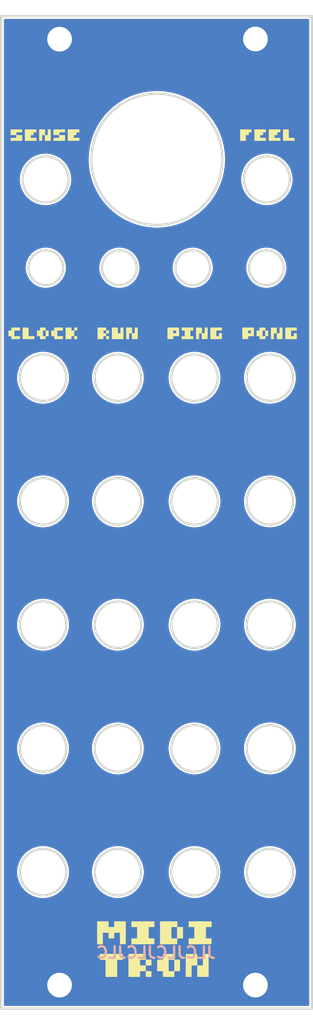
<source format=kicad_pcb>
(kicad_pcb (version 20171130) (host pcbnew "(5.1.10-1-10_14)")
  (layers (0 F.Cu signal) (31 B.Cu signal) (34 B.Paste user) (35 F.Paste user) (36 B.SilkS user) (37 F.SilkS user) (38 B.Mask user) (39 F.Mask user) (44 Edge.Cuts user))
  (net 0 "")
  (net 1 GND)
  (module hardware:panel (layer F.Cu) (at 84.328 88.138)
    (fp_text reference G*** hide)
    (fp_text value LOGO hide)
  )
  (module Mounting_Wuerth:MountingHole_3.2mm_M3_Pad_small (layer F.Cu) (at 97.2312 149.5044)
    (fp_text reference H4)
    (fp_text value MountingHole_Pad)
    (pad 1 thru_hole circle (at 0 0) (size 4.4 4.4) (drill 3.2) (layers *.Cu *.Mask) (net 1 GND))
  )
  (module Mounting_Wuerth:MountingHole_3.2mm_M3_Pad_small (layer F.Cu) (at 71.8312 149.5044)
    (fp_text reference H3)
    (fp_text value MountingHole_Pad)
    (pad 1 thru_hole circle (at 0 0) (size 4.4 4.4) (drill 3.2) (layers *.Cu *.Mask) (net 1 GND))
  )
  (module Mounting_Wuerth:MountingHole_3.2mm_M3_Pad_small (layer F.Cu) (at 97.2312 27.0002)
    (fp_text reference H2)
    (fp_text value MountingHole_Pad)
    (pad 1 thru_hole circle (at 0 0) (size 4.4 4.4) (drill 3.2) (layers *.Cu *.Mask) (net 1 GND))
  )
  (module Mounting_Wuerth:MountingHole_3.2mm_M3_Pad_small (layer F.Cu) (at 71.8312 27.0256)
    (fp_text reference H1)
    (fp_text value MountingHole_Pad)
    (pad 1 thru_hole circle (at 0 0) (size 4.4 4.4) (drill 3.2) (layers *.Cu *.Mask) (net 1 GND))
  )
  (gr_text JLCJLCJLCJLC (at 84.328 145.288) (layer B.SilkS) (effects (font (size 1.5 1.5) (thickness 0.3)) (justify mirror)))
  (gr_line (start 82.344712 103.44753) (end 82.169 104.013) (layer Edge.Cuts) (width 0.297295))
  (gr_line (start 82.405941 102.992032) (end 82.344712 103.44753) (layer Edge.Cuts) (width 0.297295))
  (gr_line (start 82.405941 102.840119) (end 82.405941 102.992032) (layer Edge.Cuts) (width 0.297295))
  (gr_line (start 72.704506 102.840119) (end 72.704506 102.840119) (layer Edge.Cuts) (width 0.297295))
  (gr_line (start 72.704506 102.688205) (end 72.704506 102.840119) (layer Edge.Cuts) (width 0.297295))
  (gr_line (start 72.643277 102.232951) (end 72.704506 102.688205) (layer Edge.Cuts) (width 0.297295))
  (gr_line (start 72.467564 101.666994) (end 72.643277 102.232951) (layer Edge.Cuts) (width 0.297295))
  (gr_line (start 72.189755 101.155412) (end 72.467564 101.666994) (layer Edge.Cuts) (width 0.297295))
  (gr_line (start 71.821724 100.709181) (end 72.189755 101.155412) (layer Edge.Cuts) (width 0.297295))
  (gr_line (start 71.37576 100.341223) (end 71.821724 100.709181) (layer Edge.Cuts) (width 0.297295))
  (gr_line (start 70.863789 100.063487) (end 71.37576 100.341223) (layer Edge.Cuts) (width 0.297295))
  (gr_line (start 70.298075 99.887677) (end 70.863789 100.063487) (layer Edge.Cuts) (width 0.297295))
  (gr_line (start 69.842602 99.826472) (end 70.298075 99.887677) (layer Edge.Cuts) (width 0.297295))
  (gr_line (start 69.690883 99.826472) (end 69.842602 99.826472) (layer Edge.Cuts) (width 0.297295))
  (gr_line (start 69.538994 99.826472) (end 69.690883 99.826472) (layer Edge.Cuts) (width 0.297295))
  (gr_line (start 69.083497 99.887677) (end 69.538994 99.826472) (layer Edge.Cuts) (width 0.297295))
  (gr_line (start 68.517831 100.063487) (end 69.083497 99.887677) (layer Edge.Cuts) (width 0.297295))
  (gr_line (start 68.00586 100.341223) (end 68.517831 100.063487) (layer Edge.Cuts) (width 0.297295))
  (gr_line (start 67.559897 100.709181) (end 68.00586 100.341223) (layer Edge.Cuts) (width 0.297295))
  (gr_line (start 67.191866 101.155412) (end 67.559897 100.709181) (layer Edge.Cuts) (width 0.297295))
  (gr_line (start 66.914032 101.666994) (end 67.191866 101.155412) (layer Edge.Cuts) (width 0.297295))
  (gr_line (start 66.738344 102.232951) (end 66.914032 101.666994) (layer Edge.Cuts) (width 0.297295))
  (gr_line (start 66.677237 102.688205) (end 66.738344 102.232951) (layer Edge.Cuts) (width 0.297295))
  (gr_line (start 66.677237 102.840119) (end 66.677237 102.688205) (layer Edge.Cuts) (width 0.297295))
  (gr_line (start 66.677237 102.992032) (end 66.677237 102.840119) (layer Edge.Cuts) (width 0.297295))
  (gr_line (start 66.738344 103.44753) (end 66.677237 102.992032) (layer Edge.Cuts) (width 0.297295))
  (gr_line (start 66.914032 104.013) (end 66.738344 103.44753) (layer Edge.Cuts) (width 0.297295))
  (gr_line (start 67.191866 104.525069) (end 66.914032 104.013) (layer Edge.Cuts) (width 0.297295))
  (gr_line (start 67.559897 104.971056) (end 67.191866 104.525069) (layer Edge.Cuts) (width 0.297295))
  (gr_line (start 68.00586 105.33877) (end 67.559897 104.971056) (layer Edge.Cuts) (width 0.297295))
  (gr_line (start 68.517831 105.616995) (end 68.00586 105.33877) (layer Edge.Cuts) (width 0.297295))
  (gr_line (start 69.083497 105.792317) (end 68.517831 105.616995) (layer Edge.Cuts) (width 0.297295))
  (gr_line (start 69.538994 105.853765) (end 69.083497 105.792317) (layer Edge.Cuts) (width 0.297295))
  (gr_line (start 69.690883 105.853765) (end 69.538994 105.853765) (layer Edge.Cuts) (width 0.297295))
  (gr_line (start 69.842602 105.853765) (end 69.690883 105.853765) (layer Edge.Cuts) (width 0.297295))
  (gr_line (start 70.298075 105.792317) (end 69.842602 105.853765) (layer Edge.Cuts) (width 0.297295))
  (gr_line (start 70.863789 105.616995) (end 70.298075 105.792317) (layer Edge.Cuts) (width 0.297295))
  (gr_line (start 71.37576 105.33877) (end 70.863789 105.616995) (layer Edge.Cuts) (width 0.297295))
  (gr_line (start 71.821724 104.971056) (end 71.37576 105.33877) (layer Edge.Cuts) (width 0.297295))
  (gr_line (start 72.189755 104.525069) (end 71.821724 104.971056) (layer Edge.Cuts) (width 0.297295))
  (gr_line (start 72.467564 104.013) (end 72.189755 104.525069) (layer Edge.Cuts) (width 0.297295))
  (gr_line (start 72.643277 103.44753) (end 72.467564 104.013) (layer Edge.Cuts) (width 0.297295))
  (gr_line (start 72.704506 102.992032) (end 72.643277 103.44753) (layer Edge.Cuts) (width 0.297295))
  (gr_line (start 72.704506 102.840119) (end 72.704506 102.992032) (layer Edge.Cuts) (width 0.297295))
  (gr_line (start 102.124149 86.868938) (end 102.124149 86.868938) (layer Edge.Cuts) (width 0.297295))
  (gr_line (start 102.124149 86.71678) (end 102.124149 86.868938) (layer Edge.Cuts) (width 0.297295))
  (gr_line (start 102.062944 86.261283) (end 102.124149 86.71678) (layer Edge.Cuts) (width 0.297295))
  (gr_line (start 101.887134 85.695813) (end 102.062944 86.261283) (layer Edge.Cuts) (width 0.297295))
  (gr_line (start 101.609398 85.183744) (end 101.887134 85.695813) (layer Edge.Cuts) (width 0.297295))
  (gr_line (start 101.241196 84.737512) (end 101.609398 85.183744) (layer Edge.Cuts) (width 0.297295))
  (gr_line (start 100.795208 84.369798) (end 101.241196 84.737512) (layer Edge.Cuts) (width 0.297295))
  (gr_line (start 100.28314 84.091818) (end 100.795208 84.369798) (layer Edge.Cuts) (width 0.297295))
  (gr_line (start 99.717669 83.916252) (end 100.28314 84.091818) (layer Edge.Cuts) (width 0.297295))
  (gr_line (start 99.262172 83.855047) (end 99.717669 83.916252) (layer Edge.Cuts) (width 0.297295))
  (gr_line (start 99.110258 83.855047) (end 99.262172 83.855047) (layer Edge.Cuts) (width 0.297295))
  (gr_line (start 98.958588 83.855047) (end 99.110258 83.855047) (layer Edge.Cuts) (width 0.297295))
  (gr_line (start 98.503091 83.916252) (end 98.958588 83.855047) (layer Edge.Cuts) (width 0.297295))
  (gr_line (start 97.937377 84.091818) (end 98.503091 83.916252) (layer Edge.Cuts) (width 0.297295))
  (gr_line (start 97.425308 84.369798) (end 97.937377 84.091818) (layer Edge.Cuts) (width 0.297295))
  (gr_line (start 96.979565 84.737512) (end 97.425308 84.369798) (layer Edge.Cuts) (width 0.297295))
  (gr_line (start 96.611363 85.183744) (end 96.979565 84.737512) (layer Edge.Cuts) (width 0.297295))
  (gr_line (start 96.333626 85.695813) (end 96.611363 85.183744) (layer Edge.Cuts) (width 0.297295))
  (gr_line (start 96.157816 86.261283) (end 96.333626 85.695813) (layer Edge.Cuts) (width 0.297295))
  (gr_line (start 96.096856 86.71678) (end 96.157816 86.261283) (layer Edge.Cuts) (width 0.297295))
  (gr_line (start 96.096856 86.868938) (end 96.096856 86.71678) (layer Edge.Cuts) (width 0.297295))
  (gr_line (start 96.096856 87.020608) (end 96.096856 86.868938) (layer Edge.Cuts) (width 0.297295))
  (gr_line (start 96.157816 87.476105) (end 96.096856 87.020608) (layer Edge.Cuts) (width 0.297295))
  (gr_line (start 96.333626 88.041575) (end 96.157816 87.476105) (layer Edge.Cuts) (width 0.297295))
  (gr_line (start 96.611363 88.553644) (end 96.333626 88.041575) (layer Edge.Cuts) (width 0.297295))
  (gr_line (start 96.979565 88.999388) (end 96.611363 88.553644) (layer Edge.Cuts) (width 0.297295))
  (gr_line (start 97.425308 89.367589) (end 96.979565 88.999388) (layer Edge.Cuts) (width 0.297295))
  (gr_line (start 97.937377 89.645326) (end 97.425308 89.367589) (layer Edge.Cuts) (width 0.297295))
  (gr_line (start 98.503091 89.821136) (end 97.937377 89.645326) (layer Edge.Cuts) (width 0.297295))
  (gr_line (start 98.958588 89.88234) (end 98.503091 89.821136) (layer Edge.Cuts) (width 0.297295))
  (gr_line (start 99.110258 89.88234) (end 98.958588 89.88234) (layer Edge.Cuts) (width 0.297295))
  (gr_line (start 99.262172 89.88234) (end 99.110258 89.88234) (layer Edge.Cuts) (width 0.297295))
  (gr_line (start 99.717669 89.821136) (end 99.262172 89.88234) (layer Edge.Cuts) (width 0.297295))
  (gr_line (start 100.28314 89.645326) (end 99.717669 89.821136) (layer Edge.Cuts) (width 0.297295))
  (gr_line (start 100.795208 89.367589) (end 100.28314 89.645326) (layer Edge.Cuts) (width 0.297295))
  (gr_line (start 101.241196 88.999388) (end 100.795208 89.367589) (layer Edge.Cuts) (width 0.297295))
  (gr_line (start 101.609398 88.553644) (end 101.241196 88.999388) (layer Edge.Cuts) (width 0.297295))
  (gr_line (start 101.887134 88.041575) (end 101.609398 88.553644) (layer Edge.Cuts) (width 0.297295))
  (gr_line (start 102.062944 87.476105) (end 101.887134 88.041575) (layer Edge.Cuts) (width 0.297295))
  (gr_line (start 102.124149 87.020608) (end 102.062944 87.476105) (layer Edge.Cuts) (width 0.297295))
  (gr_line (start 102.124149 86.868938) (end 102.124149 87.020608) (layer Edge.Cuts) (width 0.297295))
  (gr_line (start 92.344367 86.868938) (end 92.344367 86.868938) (layer Edge.Cuts) (width 0.297295))
  (gr_line (start 92.344367 86.71678) (end 92.344367 86.868938) (layer Edge.Cuts) (width 0.297295))
  (gr_line (start 92.283162 86.261283) (end 92.344367 86.71678) (layer Edge.Cuts) (width 0.297295))
  (gr_line (start 92.107352 85.695813) (end 92.283162 86.261283) (layer Edge.Cuts) (width 0.297295))
  (gr_line (start 91.829616 85.183744) (end 92.107352 85.695813) (layer Edge.Cuts) (width 0.297295))
  (gr_line (start 91.461414 84.737512) (end 91.829616 85.183744) (layer Edge.Cuts) (width 0.297295))
  (gr_line (start 91.01567 84.369798) (end 91.461414 84.737512) (layer Edge.Cuts) (width 0.297295))
  (gr_line (start 90.503602 84.091818) (end 91.01567 84.369798) (layer Edge.Cuts) (width 0.297295))
  (gr_line (start 89.937887 83.916252) (end 90.503602 84.091818) (layer Edge.Cuts) (width 0.297295))
  (gr_line (start 89.48239 83.855047) (end 89.937887 83.916252) (layer Edge.Cuts) (width 0.297295))
  (gr_line (start 89.33072 83.855047) (end 89.48239 83.855047) (layer Edge.Cuts) (width 0.297295))
  (gr_line (start 89.178807 83.855047) (end 89.33072 83.855047) (layer Edge.Cuts) (width 0.297295))
  (gr_line (start 88.723065 83.916252) (end 89.178807 83.855047) (layer Edge.Cuts) (width 0.297295))
  (gr_line (start 88.157498 84.091818) (end 88.723065 83.916252) (layer Edge.Cuts) (width 0.297295))
  (gr_line (start 87.645526 84.369798) (end 88.157498 84.091818) (layer Edge.Cuts) (width 0.297295))
  (gr_line (start 87.199563 84.737512) (end 87.645526 84.369798) (layer Edge.Cuts) (width 0.297295))
  (gr_line (start 86.831532 85.183744) (end 87.199563 84.737512) (layer Edge.Cuts) (width 0.297295))
  (gr_line (start 86.553723 85.695813) (end 86.831532 85.183744) (layer Edge.Cuts) (width 0.297295))
  (gr_line (start 86.37801 86.261283) (end 86.553723 85.695813) (layer Edge.Cuts) (width 0.297295))
  (gr_line (start 86.316927 86.71678) (end 86.37801 86.261283) (layer Edge.Cuts) (width 0.297295))
  (gr_line (start 86.316927 86.868938) (end 86.316927 86.71678) (layer Edge.Cuts) (width 0.297295))
  (gr_line (start 86.316927 87.020608) (end 86.316927 86.868938) (layer Edge.Cuts) (width 0.297295))
  (gr_line (start 86.37801 87.476105) (end 86.316927 87.020608) (layer Edge.Cuts) (width 0.297295))
  (gr_line (start 86.553723 88.041575) (end 86.37801 87.476105) (layer Edge.Cuts) (width 0.297295))
  (gr_line (start 86.831532 88.553644) (end 86.553723 88.041575) (layer Edge.Cuts) (width 0.297295))
  (gr_line (start 87.199563 88.999388) (end 86.831532 88.553644) (layer Edge.Cuts) (width 0.297295))
  (gr_line (start 87.645526 89.367589) (end 87.199563 88.999388) (layer Edge.Cuts) (width 0.297295))
  (gr_line (start 88.157498 89.645326) (end 87.645526 89.367589) (layer Edge.Cuts) (width 0.297295))
  (gr_line (start 88.723065 89.821136) (end 88.157498 89.645326) (layer Edge.Cuts) (width 0.297295))
  (gr_line (start 89.178807 89.88234) (end 88.723065 89.821136) (layer Edge.Cuts) (width 0.297295))
  (gr_line (start 89.33072 89.88234) (end 89.178807 89.88234) (layer Edge.Cuts) (width 0.297295))
  (gr_line (start 89.48239 89.88234) (end 89.33072 89.88234) (layer Edge.Cuts) (width 0.297295))
  (gr_line (start 89.937887 89.821136) (end 89.48239 89.88234) (layer Edge.Cuts) (width 0.297295))
  (gr_line (start 90.503602 89.645326) (end 89.937887 89.821136) (layer Edge.Cuts) (width 0.297295))
  (gr_line (start 91.01567 89.367589) (end 90.503602 89.645326) (layer Edge.Cuts) (width 0.297295))
  (gr_line (start 91.461414 88.999388) (end 91.01567 89.367589) (layer Edge.Cuts) (width 0.297295))
  (gr_line (start 91.829616 88.553644) (end 91.461414 88.999388) (layer Edge.Cuts) (width 0.297295))
  (gr_line (start 92.107352 88.041575) (end 91.829616 88.553644) (layer Edge.Cuts) (width 0.297295))
  (gr_line (start 92.283162 87.476105) (end 92.107352 88.041575) (layer Edge.Cuts) (width 0.297295))
  (gr_line (start 92.344367 87.020608) (end 92.283162 87.476105) (layer Edge.Cuts) (width 0.297295))
  (gr_line (start 92.344367 86.868938) (end 92.344367 87.020608) (layer Edge.Cuts) (width 0.297295))
  (gr_line (start 82.405941 86.868938) (end 82.405941 86.868938) (layer Edge.Cuts) (width 0.297295))
  (gr_line (start 82.405941 86.71678) (end 82.405941 86.868938) (layer Edge.Cuts) (width 0.297295))
  (gr_line (start 82.344712 86.261283) (end 82.405941 86.71678) (layer Edge.Cuts) (width 0.297295))
  (gr_line (start 82.169 85.695813) (end 82.344712 86.261283) (layer Edge.Cuts) (width 0.297295))
  (gr_line (start 81.89119 85.183744) (end 82.169 85.695813) (layer Edge.Cuts) (width 0.297295))
  (gr_line (start 81.523159 84.737512) (end 81.89119 85.183744) (layer Edge.Cuts) (width 0.297295))
  (gr_line (start 81.077196 84.369798) (end 81.523159 84.737512) (layer Edge.Cuts) (width 0.297295))
  (gr_line (start 80.565225 84.091818) (end 81.077196 84.369798) (layer Edge.Cuts) (width 0.297295))
  (gr_line (start 79.999511 83.916252) (end 80.565225 84.091818) (layer Edge.Cuts) (width 0.297295))
  (gr_line (start 79.544038 83.855047) (end 79.999511 83.916252) (layer Edge.Cuts) (width 0.297295))
  (gr_line (start 79.392319 83.855047) (end 79.544038 83.855047) (layer Edge.Cuts) (width 0.297295))
  (gr_line (start 79.24043 83.855047) (end 79.392319 83.855047) (layer Edge.Cuts) (width 0.297295))
  (gr_line (start 78.784932 83.916252) (end 79.24043 83.855047) (layer Edge.Cuts) (width 0.297295))
  (gr_line (start 78.219267 84.091818) (end 78.784932 83.916252) (layer Edge.Cuts) (width 0.297295))
  (gr_line (start 77.707296 84.369798) (end 78.219267 84.091818) (layer Edge.Cuts) (width 0.297295))
  (gr_line (start 77.261333 84.737512) (end 77.707296 84.369798) (layer Edge.Cuts) (width 0.297295))
  (gr_line (start 76.893301 85.183744) (end 77.261333 84.737512) (layer Edge.Cuts) (width 0.297295))
  (gr_line (start 76.615492 85.695813) (end 76.893301 85.183744) (layer Edge.Cuts) (width 0.297295))
  (gr_line (start 76.439779 86.261283) (end 76.615492 85.695813) (layer Edge.Cuts) (width 0.297295))
  (gr_line (start 76.378648 86.71678) (end 76.439779 86.261283) (layer Edge.Cuts) (width 0.297295))
  (gr_line (start 76.378648 86.868938) (end 76.378648 86.71678) (layer Edge.Cuts) (width 0.297295))
  (gr_line (start 76.378648 87.020608) (end 76.378648 86.868938) (layer Edge.Cuts) (width 0.297295))
  (gr_line (start 76.439779 87.476105) (end 76.378648 87.020608) (layer Edge.Cuts) (width 0.297295))
  (gr_line (start 76.615492 88.041575) (end 76.439779 87.476105) (layer Edge.Cuts) (width 0.297295))
  (gr_line (start 76.893301 88.553644) (end 76.615492 88.041575) (layer Edge.Cuts) (width 0.297295))
  (gr_line (start 77.261333 88.999388) (end 76.893301 88.553644) (layer Edge.Cuts) (width 0.297295))
  (gr_line (start 77.707296 89.367589) (end 77.261333 88.999388) (layer Edge.Cuts) (width 0.297295))
  (gr_line (start 78.219267 89.645326) (end 77.707296 89.367589) (layer Edge.Cuts) (width 0.297295))
  (gr_line (start 78.784932 89.821136) (end 78.219267 89.645326) (layer Edge.Cuts) (width 0.297295))
  (gr_line (start 79.24043 89.88234) (end 78.784932 89.821136) (layer Edge.Cuts) (width 0.297295))
  (gr_line (start 79.392319 89.88234) (end 79.24043 89.88234) (layer Edge.Cuts) (width 0.297295))
  (gr_line (start 79.544038 89.88234) (end 79.392319 89.88234) (layer Edge.Cuts) (width 0.297295))
  (gr_line (start 79.999511 89.821136) (end 79.544038 89.88234) (layer Edge.Cuts) (width 0.297295))
  (gr_line (start 80.565225 89.645326) (end 79.999511 89.821136) (layer Edge.Cuts) (width 0.297295))
  (gr_line (start 81.077196 89.367589) (end 80.565225 89.645326) (layer Edge.Cuts) (width 0.297295))
  (gr_line (start 81.523159 88.999388) (end 81.077196 89.367589) (layer Edge.Cuts) (width 0.297295))
  (gr_line (start 81.89119 88.553644) (end 81.523159 88.999388) (layer Edge.Cuts) (width 0.297295))
  (gr_line (start 82.169 88.041575) (end 81.89119 88.553644) (layer Edge.Cuts) (width 0.297295))
  (gr_line (start 82.344712 87.476105) (end 82.169 88.041575) (layer Edge.Cuts) (width 0.297295))
  (gr_line (start 82.405941 87.020608) (end 82.344712 87.476105) (layer Edge.Cuts) (width 0.297295))
  (gr_line (start 82.405941 86.868938) (end 82.405941 87.020608) (layer Edge.Cuts) (width 0.297295))
  (gr_line (start 72.704506 86.868938) (end 72.704506 86.868938) (layer Edge.Cuts) (width 0.297295))
  (gr_line (start 72.704506 86.71678) (end 72.704506 86.868938) (layer Edge.Cuts) (width 0.297295))
  (gr_line (start 72.643277 86.261283) (end 72.704506 86.71678) (layer Edge.Cuts) (width 0.297295))
  (gr_line (start 72.467564 85.695813) (end 72.643277 86.261283) (layer Edge.Cuts) (width 0.297295))
  (gr_line (start 72.189755 85.183744) (end 72.467564 85.695813) (layer Edge.Cuts) (width 0.297295))
  (gr_line (start 71.821724 84.737512) (end 72.189755 85.183744) (layer Edge.Cuts) (width 0.297295))
  (gr_line (start 71.37576 84.369798) (end 71.821724 84.737512) (layer Edge.Cuts) (width 0.297295))
  (gr_line (start 70.863789 84.091818) (end 71.37576 84.369798) (layer Edge.Cuts) (width 0.297295))
  (gr_line (start 70.298075 83.916252) (end 70.863789 84.091818) (layer Edge.Cuts) (width 0.297295))
  (gr_line (start 69.842602 83.855047) (end 70.298075 83.916252) (layer Edge.Cuts) (width 0.297295))
  (gr_line (start 69.690883 83.855047) (end 69.842602 83.855047) (layer Edge.Cuts) (width 0.297295))
  (gr_line (start 69.538994 83.855047) (end 69.690883 83.855047) (layer Edge.Cuts) (width 0.297295))
  (gr_line (start 69.083497 83.916252) (end 69.538994 83.855047) (layer Edge.Cuts) (width 0.297295))
  (gr_line (start 68.517831 84.091818) (end 69.083497 83.916252) (layer Edge.Cuts) (width 0.297295))
  (gr_line (start 68.00586 84.369798) (end 68.517831 84.091818) (layer Edge.Cuts) (width 0.297295))
  (gr_line (start 67.559897 84.737512) (end 68.00586 84.369798) (layer Edge.Cuts) (width 0.297295))
  (gr_line (start 67.191866 85.183744) (end 67.559897 84.737512) (layer Edge.Cuts) (width 0.297295))
  (gr_line (start 66.914032 85.695813) (end 67.191866 85.183744) (layer Edge.Cuts) (width 0.297295))
  (gr_line (start 66.738344 86.261283) (end 66.914032 85.695813) (layer Edge.Cuts) (width 0.297295))
  (gr_line (start 66.677237 86.71678) (end 66.738344 86.261283) (layer Edge.Cuts) (width 0.297295))
  (gr_line (start 66.677237 86.868938) (end 66.677237 86.71678) (layer Edge.Cuts) (width 0.297295))
  (gr_line (start 66.677237 87.020608) (end 66.677237 86.868938) (layer Edge.Cuts) (width 0.297295))
  (gr_line (start 66.738344 87.476105) (end 66.677237 87.020608) (layer Edge.Cuts) (width 0.297295))
  (gr_line (start 66.914032 88.041575) (end 66.738344 87.476105) (layer Edge.Cuts) (width 0.297295))
  (gr_line (start 67.191866 88.553644) (end 66.914032 88.041575) (layer Edge.Cuts) (width 0.297295))
  (gr_line (start 67.559897 88.999388) (end 67.191866 88.553644) (layer Edge.Cuts) (width 0.297295))
  (gr_line (start 68.00586 89.367589) (end 67.559897 88.999388) (layer Edge.Cuts) (width 0.297295))
  (gr_line (start 68.517831 89.645326) (end 68.00586 89.367589) (layer Edge.Cuts) (width 0.297295))
  (gr_line (start 69.083497 89.821136) (end 68.517831 89.645326) (layer Edge.Cuts) (width 0.297295))
  (gr_line (start 69.538994 89.88234) (end 69.083497 89.821136) (layer Edge.Cuts) (width 0.297295))
  (gr_line (start 69.690883 89.88234) (end 69.538994 89.88234) (layer Edge.Cuts) (width 0.297295))
  (gr_line (start 69.842602 89.88234) (end 69.690883 89.88234) (layer Edge.Cuts) (width 0.297295))
  (gr_line (start 70.298075 89.821136) (end 69.842602 89.88234) (layer Edge.Cuts) (width 0.297295))
  (gr_line (start 70.863789 89.645326) (end 70.298075 89.821136) (layer Edge.Cuts) (width 0.297295))
  (gr_line (start 71.37576 89.367589) (end 70.863789 89.645326) (layer Edge.Cuts) (width 0.297295))
  (gr_line (start 71.821724 88.999388) (end 71.37576 89.367589) (layer Edge.Cuts) (width 0.297295))
  (gr_line (start 72.189755 88.553644) (end 71.821724 88.999388) (layer Edge.Cuts) (width 0.297295))
  (gr_line (start 72.467564 88.041575) (end 72.189755 88.553644) (layer Edge.Cuts) (width 0.297295))
  (gr_line (start 72.643277 87.476105) (end 72.467564 88.041575) (layer Edge.Cuts) (width 0.297295))
  (gr_line (start 72.704506 87.020608) (end 72.643277 87.476105) (layer Edge.Cuts) (width 0.297295))
  (gr_line (start 72.704506 86.868938) (end 72.704506 87.020608) (layer Edge.Cuts) (width 0.297295))
  (gr_line (start 102.124149 70.856303) (end 102.124149 70.856303) (layer Edge.Cuts) (width 0.297295))
  (gr_line (start 102.124149 70.70439) (end 102.124149 70.856303) (layer Edge.Cuts) (width 0.297295))
  (gr_line (start 102.062944 70.248648) (end 102.124149 70.70439) (layer Edge.Cuts) (width 0.297295))
  (gr_line (start 101.887134 69.682934) (end 102.062944 70.248648) (layer Edge.Cuts) (width 0.297295))
  (gr_line (start 101.609398 69.171109) (end 101.887134 69.682934) (layer Edge.Cuts) (width 0.297295))
  (gr_line (start 101.241196 68.724878) (end 101.609398 69.171109) (layer Edge.Cuts) (width 0.297295))
  (gr_line (start 100.795208 68.357164) (end 101.241196 68.724878) (layer Edge.Cuts) (width 0.297295))
  (gr_line (start 100.28314 68.079184) (end 100.795208 68.357164) (layer Edge.Cuts) (width 0.297295))
  (gr_line (start 99.717669 67.903617) (end 100.28314 68.079184) (layer Edge.Cuts) (width 0.297295))
  (gr_line (start 99.262172 67.842413) (end 99.717669 67.903617) (layer Edge.Cuts) (width 0.297295))
  (gr_line (start 99.110258 67.842413) (end 99.262172 67.842413) (layer Edge.Cuts) (width 0.297295))
  (gr_line (start 98.958588 67.842413) (end 99.110258 67.842413) (layer Edge.Cuts) (width 0.297295))
  (gr_line (start 98.503091 67.903617) (end 98.958588 67.842413) (layer Edge.Cuts) (width 0.297295))
  (gr_line (start 97.937377 68.079184) (end 98.503091 67.903617) (layer Edge.Cuts) (width 0.297295))
  (gr_line (start 97.425308 68.357164) (end 97.937377 68.079184) (layer Edge.Cuts) (width 0.297295))
  (gr_line (start 96.979565 68.724878) (end 97.425308 68.357164) (layer Edge.Cuts) (width 0.297295))
  (gr_line (start 96.611363 69.171109) (end 96.979565 68.724878) (layer Edge.Cuts) (width 0.297295))
  (gr_line (start 96.333626 69.682934) (end 96.611363 69.171109) (layer Edge.Cuts) (width 0.297295))
  (gr_line (start 96.157816 70.248648) (end 96.333626 69.682934) (layer Edge.Cuts) (width 0.297295))
  (gr_line (start 96.096856 70.70439) (end 96.157816 70.248648) (layer Edge.Cuts) (width 0.297295))
  (gr_line (start 96.096856 70.856303) (end 96.096856 70.70439) (layer Edge.Cuts) (width 0.297295))
  (gr_line (start 96.096856 71.007973) (end 96.096856 70.856303) (layer Edge.Cuts) (width 0.297295))
  (gr_line (start 96.157816 71.463471) (end 96.096856 71.007973) (layer Edge.Cuts) (width 0.297295))
  (gr_line (start 96.333626 72.028941) (end 96.157816 71.463471) (layer Edge.Cuts) (width 0.297295))
  (gr_line (start 96.611363 72.54101) (end 96.333626 72.028941) (layer Edge.Cuts) (width 0.297295))
  (gr_line (start 96.979565 72.986997) (end 96.611363 72.54101) (layer Edge.Cuts) (width 0.297295))
  (gr_line (start 97.425308 73.355199) (end 96.979565 72.986997) (layer Edge.Cuts) (width 0.297295))
  (gr_line (start 97.937377 73.632935) (end 97.425308 73.355199) (layer Edge.Cuts) (width 0.297295))
  (gr_line (start 98.503091 73.808746) (end 97.937377 73.632935) (layer Edge.Cuts) (width 0.297295))
  (gr_line (start 98.958588 73.86995) (end 98.503091 73.808746) (layer Edge.Cuts) (width 0.297295))
  (gr_line (start 99.110258 73.86995) (end 98.958588 73.86995) (layer Edge.Cuts) (width 0.297295))
  (gr_line (start 99.262172 73.86995) (end 99.110258 73.86995) (layer Edge.Cuts) (width 0.297295))
  (gr_line (start 99.717669 73.808746) (end 99.262172 73.86995) (layer Edge.Cuts) (width 0.297295))
  (gr_line (start 100.28314 73.632935) (end 99.717669 73.808746) (layer Edge.Cuts) (width 0.297295))
  (gr_line (start 100.795208 73.355199) (end 100.28314 73.632935) (layer Edge.Cuts) (width 0.297295))
  (gr_line (start 101.241196 72.986997) (end 100.795208 73.355199) (layer Edge.Cuts) (width 0.297295))
  (gr_line (start 101.609398 72.54101) (end 101.241196 72.986997) (layer Edge.Cuts) (width 0.297295))
  (gr_line (start 101.887134 72.028941) (end 101.609398 72.54101) (layer Edge.Cuts) (width 0.297295))
  (gr_line (start 102.062944 71.463471) (end 101.887134 72.028941) (layer Edge.Cuts) (width 0.297295))
  (gr_line (start 102.124149 71.007973) (end 102.062944 71.463471) (layer Edge.Cuts) (width 0.297295))
  (gr_line (start 102.124149 70.856303) (end 102.124149 71.007973) (layer Edge.Cuts) (width 0.297295))
  (gr_line (start 92.344367 70.856303) (end 92.344367 70.856303) (layer Edge.Cuts) (width 0.297295))
  (gr_line (start 92.344367 70.70439) (end 92.344367 70.856303) (layer Edge.Cuts) (width 0.297295))
  (gr_line (start 92.283162 70.248648) (end 92.344367 70.70439) (layer Edge.Cuts) (width 0.297295))
  (gr_line (start 92.107352 69.682934) (end 92.283162 70.248648) (layer Edge.Cuts) (width 0.297295))
  (gr_line (start 91.829616 69.171109) (end 92.107352 69.682934) (layer Edge.Cuts) (width 0.297295))
  (gr_line (start 91.461414 68.724878) (end 91.829616 69.171109) (layer Edge.Cuts) (width 0.297295))
  (gr_line (start 91.01567 68.357164) (end 91.461414 68.724878) (layer Edge.Cuts) (width 0.297295))
  (gr_line (start 90.503602 68.079184) (end 91.01567 68.357164) (layer Edge.Cuts) (width 0.297295))
  (gr_line (start 89.937887 67.903617) (end 90.503602 68.079184) (layer Edge.Cuts) (width 0.297295))
  (gr_line (start 89.48239 67.842413) (end 89.937887 67.903617) (layer Edge.Cuts) (width 0.297295))
  (gr_line (start 89.33072 67.842413) (end 89.48239 67.842413) (layer Edge.Cuts) (width 0.297295))
  (gr_line (start 89.178807 67.842413) (end 89.33072 67.842413) (layer Edge.Cuts) (width 0.297295))
  (gr_line (start 88.723065 67.903617) (end 89.178807 67.842413) (layer Edge.Cuts) (width 0.297295))
  (gr_line (start 88.157498 68.079184) (end 88.723065 67.903617) (layer Edge.Cuts) (width 0.297295))
  (gr_line (start 87.645526 68.357164) (end 88.157498 68.079184) (layer Edge.Cuts) (width 0.297295))
  (gr_line (start 87.199563 68.724878) (end 87.645526 68.357164) (layer Edge.Cuts) (width 0.297295))
  (gr_line (start 86.831532 69.171109) (end 87.199563 68.724878) (layer Edge.Cuts) (width 0.297295))
  (gr_line (start 86.553723 69.682934) (end 86.831532 69.171109) (layer Edge.Cuts) (width 0.297295))
  (gr_line (start 86.37801 70.248648) (end 86.553723 69.682934) (layer Edge.Cuts) (width 0.297295))
  (gr_line (start 86.316927 70.70439) (end 86.37801 70.248648) (layer Edge.Cuts) (width 0.297295))
  (gr_line (start 86.316927 70.856303) (end 86.316927 70.70439) (layer Edge.Cuts) (width 0.297295))
  (gr_line (start 86.316927 71.007973) (end 86.316927 70.856303) (layer Edge.Cuts) (width 0.297295))
  (gr_line (start 86.37801 71.463471) (end 86.316927 71.007973) (layer Edge.Cuts) (width 0.297295))
  (gr_line (start 86.553723 72.028941) (end 86.37801 71.463471) (layer Edge.Cuts) (width 0.297295))
  (gr_line (start 86.831532 72.54101) (end 86.553723 72.028941) (layer Edge.Cuts) (width 0.297295))
  (gr_line (start 87.199563 72.986997) (end 86.831532 72.54101) (layer Edge.Cuts) (width 0.297295))
  (gr_line (start 87.645526 73.355199) (end 87.199563 72.986997) (layer Edge.Cuts) (width 0.297295))
  (gr_line (start 88.157498 73.632935) (end 87.645526 73.355199) (layer Edge.Cuts) (width 0.297295))
  (gr_line (start 88.723065 73.808746) (end 88.157498 73.632935) (layer Edge.Cuts) (width 0.297295))
  (gr_line (start 89.178807 73.86995) (end 88.723065 73.808746) (layer Edge.Cuts) (width 0.297295))
  (gr_line (start 89.33072 73.86995) (end 89.178807 73.86995) (layer Edge.Cuts) (width 0.297295))
  (gr_line (start 89.48239 73.86995) (end 89.33072 73.86995) (layer Edge.Cuts) (width 0.297295))
  (gr_line (start 89.937887 73.808746) (end 89.48239 73.86995) (layer Edge.Cuts) (width 0.297295))
  (gr_line (start 90.503602 73.632935) (end 89.937887 73.808746) (layer Edge.Cuts) (width 0.297295))
  (gr_line (start 91.01567 73.355199) (end 90.503602 73.632935) (layer Edge.Cuts) (width 0.297295))
  (gr_line (start 91.461414 72.986997) (end 91.01567 73.355199) (layer Edge.Cuts) (width 0.297295))
  (gr_line (start 91.829616 72.54101) (end 91.461414 72.986997) (layer Edge.Cuts) (width 0.297295))
  (gr_line (start 92.107352 72.028941) (end 91.829616 72.54101) (layer Edge.Cuts) (width 0.297295))
  (gr_line (start 92.283162 71.463471) (end 92.107352 72.028941) (layer Edge.Cuts) (width 0.297295))
  (gr_line (start 92.344367 71.007973) (end 92.283162 71.463471) (layer Edge.Cuts) (width 0.297295))
  (gr_line (start 92.344367 70.856303) (end 92.344367 71.007973) (layer Edge.Cuts) (width 0.297295))
  (gr_line (start 82.405941 70.856303) (end 82.405941 70.856303) (layer Edge.Cuts) (width 0.297295))
  (gr_line (start 82.405941 70.70439) (end 82.405941 70.856303) (layer Edge.Cuts) (width 0.297295))
  (gr_line (start 82.344712 70.248648) (end 82.405941 70.70439) (layer Edge.Cuts) (width 0.297295))
  (gr_line (start 82.169 69.682934) (end 82.344712 70.248648) (layer Edge.Cuts) (width 0.297295))
  (gr_line (start 81.89119 69.171109) (end 82.169 69.682934) (layer Edge.Cuts) (width 0.297295))
  (gr_line (start 81.523159 68.724878) (end 81.89119 69.171109) (layer Edge.Cuts) (width 0.297295))
  (gr_line (start 81.077196 68.357164) (end 81.523159 68.724878) (layer Edge.Cuts) (width 0.297295))
  (gr_line (start 80.565225 68.079184) (end 81.077196 68.357164) (layer Edge.Cuts) (width 0.297295))
  (gr_line (start 79.999511 67.903617) (end 80.565225 68.079184) (layer Edge.Cuts) (width 0.297295))
  (gr_line (start 79.544038 67.842413) (end 79.999511 67.903617) (layer Edge.Cuts) (width 0.297295))
  (gr_line (start 79.392319 67.842413) (end 79.544038 67.842413) (layer Edge.Cuts) (width 0.297295))
  (gr_line (start 79.24043 67.842413) (end 79.392319 67.842413) (layer Edge.Cuts) (width 0.297295))
  (gr_line (start 78.784932 67.903617) (end 79.24043 67.842413) (layer Edge.Cuts) (width 0.297295))
  (gr_line (start 78.219267 68.079184) (end 78.784932 67.903617) (layer Edge.Cuts) (width 0.297295))
  (gr_line (start 77.707296 68.357164) (end 78.219267 68.079184) (layer Edge.Cuts) (width 0.297295))
  (gr_line (start 77.261333 68.724878) (end 77.707296 68.357164) (layer Edge.Cuts) (width 0.297295))
  (gr_line (start 76.893301 69.171109) (end 77.261333 68.724878) (layer Edge.Cuts) (width 0.297295))
  (gr_line (start 76.615492 69.682934) (end 76.893301 69.171109) (layer Edge.Cuts) (width 0.297295))
  (gr_line (start 76.439779 70.248648) (end 76.615492 69.682934) (layer Edge.Cuts) (width 0.297295))
  (gr_line (start 76.378648 70.70439) (end 76.439779 70.248648) (layer Edge.Cuts) (width 0.297295))
  (gr_line (start 76.378648 70.856303) (end 76.378648 70.70439) (layer Edge.Cuts) (width 0.297295))
  (gr_line (start 76.378648 71.007973) (end 76.378648 70.856303) (layer Edge.Cuts) (width 0.297295))
  (gr_line (start 76.439779 71.463471) (end 76.378648 71.007973) (layer Edge.Cuts) (width 0.297295))
  (gr_line (start 76.615492 72.028941) (end 76.439779 71.463471) (layer Edge.Cuts) (width 0.297295))
  (gr_line (start 76.893301 72.54101) (end 76.615492 72.028941) (layer Edge.Cuts) (width 0.297295))
  (gr_line (start 77.261333 72.986997) (end 76.893301 72.54101) (layer Edge.Cuts) (width 0.297295))
  (gr_line (start 77.707296 73.355199) (end 77.261333 72.986997) (layer Edge.Cuts) (width 0.297295))
  (gr_line (start 78.219267 73.632935) (end 77.707296 73.355199) (layer Edge.Cuts) (width 0.297295))
  (gr_line (start 78.784932 73.808746) (end 78.219267 73.632935) (layer Edge.Cuts) (width 0.297295))
  (gr_line (start 79.24043 73.86995) (end 78.784932 73.808746) (layer Edge.Cuts) (width 0.297295))
  (gr_line (start 79.392319 73.86995) (end 79.24043 73.86995) (layer Edge.Cuts) (width 0.297295))
  (gr_line (start 79.544038 73.86995) (end 79.392319 73.86995) (layer Edge.Cuts) (width 0.297295))
  (gr_line (start 79.999511 73.808746) (end 79.544038 73.86995) (layer Edge.Cuts) (width 0.297295))
  (gr_line (start 80.565225 73.632935) (end 79.999511 73.808746) (layer Edge.Cuts) (width 0.297295))
  (gr_line (start 81.077196 73.355199) (end 80.565225 73.632935) (layer Edge.Cuts) (width 0.297295))
  (gr_line (start 81.523159 72.986997) (end 81.077196 73.355199) (layer Edge.Cuts) (width 0.297295))
  (gr_line (start 81.89119 72.54101) (end 81.523159 72.986997) (layer Edge.Cuts) (width 0.297295))
  (gr_line (start 82.169 72.028941) (end 81.89119 72.54101) (layer Edge.Cuts) (width 0.297295))
  (gr_line (start 82.344712 71.463471) (end 82.169 72.028941) (layer Edge.Cuts) (width 0.297295))
  (gr_line (start 82.405941 71.007973) (end 82.344712 71.463471) (layer Edge.Cuts) (width 0.297295))
  (gr_line (start 82.405941 70.856303) (end 82.405941 71.007973) (layer Edge.Cuts) (width 0.297295))
  (gr_line (start 100.899817 56.616159) (end 100.899817 56.616159) (layer Edge.Cuts) (width 0.297295))
  (gr_line (start 100.899817 56.502284) (end 100.899817 56.616159) (layer Edge.Cuts) (width 0.297295))
  (gr_line (start 100.853974 56.161637) (end 100.899817 56.502284) (layer Edge.Cuts) (width 0.297295))
  (gr_line (start 100.722543 55.738326) (end 100.853974 56.161637) (layer Edge.Cuts) (width 0.297295))
  (gr_line (start 100.514546 55.35525) (end 100.722543 55.738326) (layer Edge.Cuts) (width 0.297295))
  (gr_line (start 100.239248 55.02143) (end 100.514546 55.35525) (layer Edge.Cuts) (width 0.297295))
  (gr_line (start 99.905672 54.746132) (end 100.239248 55.02143) (layer Edge.Cuts) (width 0.297295))
  (gr_line (start 99.522596 54.538135) (end 99.905672 54.746132) (layer Edge.Cuts) (width 0.297295))
  (gr_line (start 99.099285 54.406704) (end 99.522596 54.538135) (layer Edge.Cuts) (width 0.297295))
  (gr_line (start 98.75815 54.360861) (end 99.099285 54.406704) (layer Edge.Cuts) (width 0.297295))
  (gr_line (start 98.644763 54.360861) (end 98.75815 54.360861) (layer Edge.Cuts) (width 0.297295))
  (gr_line (start 98.531377 54.360861) (end 98.644763 54.360861) (layer Edge.Cuts) (width 0.297295))
  (gr_line (start 98.190241 54.406704) (end 98.531377 54.360861) (layer Edge.Cuts) (width 0.297295))
  (gr_line (start 97.766931 54.538135) (end 98.190241 54.406704) (layer Edge.Cuts) (width 0.297295))
  (gr_line (start 97.383855 54.746132) (end 97.766931 54.538135) (layer Edge.Cuts) (width 0.297295))
  (gr_line (start 97.050279 55.02143) (end 97.383855 54.746132) (layer Edge.Cuts) (width 0.297295))
  (gr_line (start 96.774737 55.35525) (end 97.050279 55.02143) (layer Edge.Cuts) (width 0.297295))
  (gr_line (start 96.566983 55.738326) (end 96.774737 55.35525) (layer Edge.Cuts) (width 0.297295))
  (gr_line (start 96.435552 56.161637) (end 96.566983 55.738326) (layer Edge.Cuts) (width 0.297295))
  (gr_line (start 96.38971 56.502284) (end 96.435552 56.161637) (layer Edge.Cuts) (width 0.297295))
  (gr_line (start 96.38971 56.616159) (end 96.38971 56.502284) (layer Edge.Cuts) (width 0.297295))
  (gr_line (start 96.38971 56.729545) (end 96.38971 56.616159) (layer Edge.Cuts) (width 0.297295))
  (gr_line (start 96.435552 57.070681) (end 96.38971 56.729545) (layer Edge.Cuts) (width 0.297295))
  (gr_line (start 96.566983 57.493747) (end 96.435552 57.070681) (layer Edge.Cuts) (width 0.297295))
  (gr_line (start 96.774737 57.876579) (end 96.566983 57.493747) (layer Edge.Cuts) (width 0.297295))
  (gr_line (start 97.050279 58.210643) (end 96.774737 57.876579) (layer Edge.Cuts) (width 0.297295))
  (gr_line (start 97.383855 58.485941) (end 97.050279 58.210643) (layer Edge.Cuts) (width 0.297295))
  (gr_line (start 97.766931 58.693939) (end 97.383855 58.485941) (layer Edge.Cuts) (width 0.297295))
  (gr_line (start 98.190241 58.824882) (end 97.766931 58.693939) (layer Edge.Cuts) (width 0.297295))
  (gr_line (start 98.531377 58.870968) (end 98.190241 58.824882) (layer Edge.Cuts) (width 0.297295))
  (gr_line (start 98.644763 58.870968) (end 98.531377 58.870968) (layer Edge.Cuts) (width 0.297295))
  (gr_line (start 98.75815 58.870968) (end 98.644763 58.870968) (layer Edge.Cuts) (width 0.297295))
  (gr_line (start 99.099285 58.824882) (end 98.75815 58.870968) (layer Edge.Cuts) (width 0.297295))
  (gr_line (start 99.522596 58.693939) (end 99.099285 58.824882) (layer Edge.Cuts) (width 0.297295))
  (gr_line (start 99.905672 58.485941) (end 99.522596 58.693939) (layer Edge.Cuts) (width 0.297295))
  (gr_line (start 100.239248 58.210643) (end 99.905672 58.485941) (layer Edge.Cuts) (width 0.297295))
  (gr_line (start 100.514546 57.876579) (end 100.239248 58.210643) (layer Edge.Cuts) (width 0.297295))
  (gr_line (start 100.722543 57.493747) (end 100.514546 57.876579) (layer Edge.Cuts) (width 0.297295))
  (gr_line (start 100.853974 57.070681) (end 100.722543 57.493747) (layer Edge.Cuts) (width 0.297295))
  (gr_line (start 100.899817 56.729545) (end 100.853974 57.070681) (layer Edge.Cuts) (width 0.297295))
  (gr_line (start 100.899817 56.616159) (end 100.899817 56.729545) (layer Edge.Cuts) (width 0.297295))
  (gr_line (start 91.351685 56.616159) (end 91.351685 56.616159) (layer Edge.Cuts) (width 0.297295))
  (gr_line (start 91.351685 56.502284) (end 91.351685 56.616159) (layer Edge.Cuts) (width 0.297295))
  (gr_line (start 91.305599 56.161637) (end 91.351685 56.502284) (layer Edge.Cuts) (width 0.297295))
  (gr_line (start 91.174412 55.738326) (end 91.305599 56.161637) (layer Edge.Cuts) (width 0.297295))
  (gr_line (start 90.966414 55.35525) (end 91.174412 55.738326) (layer Edge.Cuts) (width 0.297295))
  (gr_line (start 90.691116 55.02143) (end 90.966414 55.35525) (layer Edge.Cuts) (width 0.297295))
  (gr_line (start 90.357296 54.746132) (end 90.691116 55.02143) (layer Edge.Cuts) (width 0.297295))
  (gr_line (start 89.97422 54.538135) (end 90.357296 54.746132) (layer Edge.Cuts) (width 0.297295))
  (gr_line (start 89.551154 54.406704) (end 89.97422 54.538135) (layer Edge.Cuts) (width 0.297295))
  (gr_line (start 89.210262 54.360861) (end 89.551154 54.406704) (layer Edge.Cuts) (width 0.297295))
  (gr_line (start 89.096632 54.360861) (end 89.210262 54.360861) (layer Edge.Cuts) (width 0.297295))
  (gr_line (start 88.983001 54.360861) (end 89.096632 54.360861) (layer Edge.Cuts) (width 0.297295))
  (gr_line (start 88.64211 54.406704) (end 88.983001 54.360861) (layer Edge.Cuts) (width 0.297295))
  (gr_line (start 88.218897 54.538135) (end 88.64211 54.406704) (layer Edge.Cuts) (width 0.297295))
  (gr_line (start 87.835748 54.746132) (end 88.218897 54.538135) (layer Edge.Cuts) (width 0.297295))
  (gr_line (start 87.502001 55.02143) (end 87.835748 54.746132) (layer Edge.Cuts) (width 0.297295))
  (gr_line (start 87.226703 55.35525) (end 87.502001 55.02143) (layer Edge.Cuts) (width 0.297295))
  (gr_line (start 87.018705 55.738326) (end 87.226703 55.35525) (layer Edge.Cuts) (width 0.297295))
  (gr_line (start 86.887348 56.161637) (end 87.018705 55.738326) (layer Edge.Cuts) (width 0.297295))
  (gr_line (start 86.841603 56.502284) (end 86.887348 56.161637) (layer Edge.Cuts) (width 0.297295))
  (gr_line (start 86.841603 56.616159) (end 86.841603 56.502284) (layer Edge.Cuts) (width 0.297295))
  (gr_line (start 86.841603 56.729545) (end 86.841603 56.616159) (layer Edge.Cuts) (width 0.297295))
  (gr_line (start 86.887348 57.070681) (end 86.841603 56.729545) (layer Edge.Cuts) (width 0.297295))
  (gr_line (start 87.018705 57.493747) (end 86.887348 57.070681) (layer Edge.Cuts) (width 0.297295))
  (gr_line (start 87.226703 57.876579) (end 87.018705 57.493747) (layer Edge.Cuts) (width 0.297295))
  (gr_line (start 87.502001 58.210643) (end 87.226703 57.876579) (layer Edge.Cuts) (width 0.297295))
  (gr_line (start 87.835748 58.485941) (end 87.502001 58.210643) (layer Edge.Cuts) (width 0.297295))
  (gr_line (start 88.218897 58.693939) (end 87.835748 58.485941) (layer Edge.Cuts) (width 0.297295))
  (gr_line (start 88.64211 58.824882) (end 88.218897 58.693939) (layer Edge.Cuts) (width 0.297295))
  (gr_line (start 88.983001 58.870968) (end 88.64211 58.824882) (layer Edge.Cuts) (width 0.297295))
  (gr_line (start 89.096632 58.870968) (end 88.983001 58.870968) (layer Edge.Cuts) (width 0.297295))
  (gr_line (start 89.210262 58.870968) (end 89.096632 58.870968) (layer Edge.Cuts) (width 0.297295))
  (gr_line (start 89.551154 58.824882) (end 89.210262 58.870968) (layer Edge.Cuts) (width 0.297295))
  (gr_line (start 89.97422 58.693939) (end 89.551154 58.824882) (layer Edge.Cuts) (width 0.297295))
  (gr_line (start 90.357296 58.485941) (end 89.97422 58.693939) (layer Edge.Cuts) (width 0.297295))
  (gr_line (start 90.691116 58.210643) (end 90.357296 58.485941) (layer Edge.Cuts) (width 0.297295))
  (gr_line (start 90.966414 57.876579) (end 90.691116 58.210643) (layer Edge.Cuts) (width 0.297295))
  (gr_line (start 91.174412 57.493747) (end 90.966414 57.876579) (layer Edge.Cuts) (width 0.297295))
  (gr_line (start 91.305599 57.070681) (end 91.174412 57.493747) (layer Edge.Cuts) (width 0.297295))
  (gr_line (start 91.351685 56.729545) (end 91.305599 57.070681) (layer Edge.Cuts) (width 0.297295))
  (gr_line (start 91.351685 56.616159) (end 91.351685 56.729545) (layer Edge.Cuts) (width 0.297295))
  (gr_line (start 81.841836 56.616159) (end 81.841836 56.616159) (layer Edge.Cuts) (width 0.297295))
  (gr_line (start 81.841836 56.502284) (end 81.841836 56.616159) (layer Edge.Cuts) (width 0.297295))
  (gr_line (start 81.795921 56.161637) (end 81.841836 56.502284) (layer Edge.Cuts) (width 0.297295))
  (gr_line (start 81.664587 55.738326) (end 81.795921 56.161637) (layer Edge.Cuts) (width 0.297295))
  (gr_line (start 81.456614 55.35525) (end 81.664587 55.738326) (layer Edge.Cuts) (width 0.297295))
  (gr_line (start 81.181292 55.02143) (end 81.456614 55.35525) (layer Edge.Cuts) (width 0.297295))
  (gr_line (start 80.847545 54.746132) (end 81.181292 55.02143) (layer Edge.Cuts) (width 0.297295))
  (gr_line (start 80.464396 54.538135) (end 80.847545 54.746132) (layer Edge.Cuts) (width 0.297295))
  (gr_line (start 80.041208 54.406704) (end 80.464396 54.538135) (layer Edge.Cuts) (width 0.297295))
  (gr_line (start 79.700292 54.360861) (end 80.041208 54.406704) (layer Edge.Cuts) (width 0.297295))
  (gr_line (start 79.586783 54.360861) (end 79.700292 54.360861) (layer Edge.Cuts) (width 0.297295))
  (gr_line (start 79.473128 54.360861) (end 79.586783 54.360861) (layer Edge.Cuts) (width 0.297295))
  (gr_line (start 79.132212 54.406704) (end 79.473128 54.360861) (layer Edge.Cuts) (width 0.297295))
  (gr_line (start 78.709024 54.538135) (end 79.132212 54.406704) (layer Edge.Cuts) (width 0.297295))
  (gr_line (start 78.325875 54.746132) (end 78.709024 54.538135) (layer Edge.Cuts) (width 0.297295))
  (gr_line (start 77.992128 55.02143) (end 78.325875 54.746132) (layer Edge.Cuts) (width 0.297295))
  (gr_line (start 77.716805 55.35525) (end 77.992128 55.02143) (layer Edge.Cuts) (width 0.297295))
  (gr_line (start 77.508832 55.738326) (end 77.716805 55.35525) (layer Edge.Cuts) (width 0.297295))
  (gr_line (start 77.377499 56.161637) (end 77.508832 55.738326) (layer Edge.Cuts) (width 0.297295))
  (gr_line (start 77.331705 56.502284) (end 77.377499 56.161637) (layer Edge.Cuts) (width 0.297295))
  (gr_line (start 77.331705 56.616159) (end 77.331705 56.502284) (layer Edge.Cuts) (width 0.297295))
  (gr_line (start 77.331705 56.729545) (end 77.331705 56.616159) (layer Edge.Cuts) (width 0.297295))
  (gr_line (start 77.377499 57.070681) (end 77.331705 56.729545) (layer Edge.Cuts) (width 0.297295))
  (gr_line (start 77.508832 57.493747) (end 77.377499 57.070681) (layer Edge.Cuts) (width 0.297295))
  (gr_line (start 77.716805 57.876579) (end 77.508832 57.493747) (layer Edge.Cuts) (width 0.297295))
  (gr_line (start 77.992128 58.210643) (end 77.716805 57.876579) (layer Edge.Cuts) (width 0.297295))
  (gr_line (start 78.325875 58.485941) (end 77.992128 58.210643) (layer Edge.Cuts) (width 0.297295))
  (gr_line (start 78.709024 58.693939) (end 78.325875 58.485941) (layer Edge.Cuts) (width 0.297295))
  (gr_line (start 79.132212 58.824882) (end 78.709024 58.693939) (layer Edge.Cuts) (width 0.297295))
  (gr_line (start 79.473128 58.870968) (end 79.132212 58.824882) (layer Edge.Cuts) (width 0.297295))
  (gr_line (start 79.586783 58.870968) (end 79.473128 58.870968) (layer Edge.Cuts) (width 0.297295))
  (gr_line (start 79.700292 58.870968) (end 79.586783 58.870968) (layer Edge.Cuts) (width 0.297295))
  (gr_line (start 80.041208 58.824882) (end 79.700292 58.870968) (layer Edge.Cuts) (width 0.297295))
  (gr_line (start 80.464396 58.693939) (end 80.041208 58.824882) (layer Edge.Cuts) (width 0.297295))
  (gr_line (start 80.847545 58.485941) (end 80.464396 58.693939) (layer Edge.Cuts) (width 0.297295))
  (gr_line (start 81.181292 58.210643) (end 80.847545 58.485941) (layer Edge.Cuts) (width 0.297295))
  (gr_line (start 81.456614 57.876579) (end 81.181292 58.210643) (layer Edge.Cuts) (width 0.297295))
  (gr_line (start 81.664587 57.493747) (end 81.456614 57.876579) (layer Edge.Cuts) (width 0.297295))
  (gr_line (start 81.795921 57.070681) (end 81.664587 57.493747) (layer Edge.Cuts) (width 0.297295))
  (gr_line (start 81.841836 56.729545) (end 81.795921 57.070681) (layer Edge.Cuts) (width 0.297295))
  (gr_line (start 81.841836 56.616159) (end 81.841836 56.729545) (layer Edge.Cuts) (width 0.297295))
  (gr_line (start 72.300995 56.616159) (end 72.300995 56.616159) (layer Edge.Cuts) (width 0.297295))
  (gr_line (start 72.300995 56.502284) (end 72.300995 56.616159) (layer Edge.Cuts) (width 0.297295))
  (gr_line (start 72.255129 56.161637) (end 72.300995 56.502284) (layer Edge.Cuts) (width 0.297295))
  (gr_line (start 72.123747 55.738326) (end 72.255129 56.161637) (layer Edge.Cuts) (width 0.297295))
  (gr_line (start 71.915773 55.35525) (end 72.123747 55.738326) (layer Edge.Cuts) (width 0.297295))
  (gr_line (start 71.640476 55.02143) (end 71.915773 55.35525) (layer Edge.Cuts) (width 0.297295))
  (gr_line (start 71.306704 54.746132) (end 71.640476 55.02143) (layer Edge.Cuts) (width 0.297295))
  (gr_line (start 70.923579 54.538135) (end 71.306704 54.746132) (layer Edge.Cuts) (width 0.297295))
  (gr_line (start 70.500367 54.406704) (end 70.923579 54.538135) (layer Edge.Cuts) (width 0.297295))
  (gr_line (start 70.159451 54.360861) (end 70.500367 54.406704) (layer Edge.Cuts) (width 0.297295))
  (gr_line (start 70.045942 54.360861) (end 70.159451 54.360861) (layer Edge.Cuts) (width 0.297295))
  (gr_line (start 69.932312 54.360861) (end 70.045942 54.360861) (layer Edge.Cuts) (width 0.297295))
  (gr_line (start 69.591371 54.406704) (end 69.932312 54.360861) (layer Edge.Cuts) (width 0.297295))
  (gr_line (start 69.168183 54.538135) (end 69.591371 54.406704) (layer Edge.Cuts) (width 0.297295))
  (gr_line (start 68.785083 54.746132) (end 69.168183 54.538135) (layer Edge.Cuts) (width 0.297295))
  (gr_line (start 68.451287 55.02143) (end 68.785083 54.746132) (layer Edge.Cuts) (width 0.297295))
  (gr_line (start 68.175965 55.35525) (end 68.451287 55.02143) (layer Edge.Cuts) (width 0.297295))
  (gr_line (start 67.96804 55.738326) (end 68.175965 55.35525) (layer Edge.Cuts) (width 0.297295))
  (gr_line (start 67.836658 56.161637) (end 67.96804 55.738326) (layer Edge.Cuts) (width 0.297295))
  (gr_line (start 67.790864 56.502284) (end 67.836658 56.161637) (layer Edge.Cuts) (width 0.297295))
  (gr_line (start 67.790864 56.616159) (end 67.790864 56.502284) (layer Edge.Cuts) (width 0.297295))
  (gr_line (start 67.790864 56.729545) (end 67.790864 56.616159) (layer Edge.Cuts) (width 0.297295))
  (gr_line (start 67.836658 57.070681) (end 67.790864 56.729545) (layer Edge.Cuts) (width 0.297295))
  (gr_line (start 67.96804 57.493747) (end 67.836658 57.070681) (layer Edge.Cuts) (width 0.297295))
  (gr_line (start 68.175965 57.876579) (end 67.96804 57.493747) (layer Edge.Cuts) (width 0.297295))
  (gr_line (start 68.451287 58.210643) (end 68.175965 57.876579) (layer Edge.Cuts) (width 0.297295))
  (gr_line (start 68.785083 58.485941) (end 68.451287 58.210643) (layer Edge.Cuts) (width 0.297295))
  (gr_line (start 69.168183 58.693939) (end 68.785083 58.485941) (layer Edge.Cuts) (width 0.297295))
  (gr_line (start 69.591371 58.824882) (end 69.168183 58.693939) (layer Edge.Cuts) (width 0.297295))
  (gr_line (start 69.932312 58.870968) (end 69.591371 58.824882) (layer Edge.Cuts) (width 0.297295))
  (gr_line (start 70.045942 58.870968) (end 69.932312 58.870968) (layer Edge.Cuts) (width 0.297295))
  (gr_line (start 70.159451 58.870968) (end 70.045942 58.870968) (layer Edge.Cuts) (width 0.297295))
  (gr_line (start 70.500367 58.824882) (end 70.159451 58.870968) (layer Edge.Cuts) (width 0.297295))
  (gr_line (start 70.923579 58.693939) (end 70.500367 58.824882) (layer Edge.Cuts) (width 0.297295))
  (gr_line (start 71.306704 58.485941) (end 70.923579 58.693939) (layer Edge.Cuts) (width 0.297295))
  (gr_line (start 71.640476 58.210643) (end 71.306704 58.485941) (layer Edge.Cuts) (width 0.297295))
  (gr_line (start 71.915773 57.876579) (end 71.640476 58.210643) (layer Edge.Cuts) (width 0.297295))
  (gr_line (start 72.123747 57.493747) (end 71.915773 57.876579) (layer Edge.Cuts) (width 0.297295))
  (gr_line (start 72.255129 57.070681) (end 72.123747 57.493747) (layer Edge.Cuts) (width 0.297295))
  (gr_line (start 72.300995 56.729545) (end 72.255129 57.070681) (layer Edge.Cuts) (width 0.297295))
  (gr_line (start 72.300995 56.616159) (end 72.300995 56.729545) (layer Edge.Cuts) (width 0.297295))
  (gr_line (start 92.942512 42.579378) (end 92.942512 42.579378) (layer Edge.Cuts) (width 0.297295))
  (gr_line (start 92.942512 42.362115) (end 92.942512 42.579378) (layer Edge.Cuts) (width 0.297295))
  (gr_line (start 92.89862 41.710568) (end 92.942512 42.362115) (layer Edge.Cuts) (width 0.297295))
  (gr_line (start 92.769872 40.867606) (end 92.89862 41.710568) (layer Edge.Cuts) (width 0.297295))
  (gr_line (start 92.560655 40.053416) (end 92.769872 40.867606) (layer Edge.Cuts) (width 0.297295))
  (gr_line (start 92.275116 39.273121) (end 92.560655 40.053416) (layer Edge.Cuts) (width 0.297295))
  (gr_line (start 91.917399 38.530865) (end 92.275116 39.273121) (layer Edge.Cuts) (width 0.297295))
  (gr_line (start 91.492138 37.83055) (end 91.917399 38.530865) (layer Edge.Cuts) (width 0.297295))
  (gr_line (start 91.003234 37.176809) (end 91.492138 37.83055) (layer Edge.Cuts) (width 0.297295))
  (gr_line (start 90.455077 36.573787) (end 91.003234 37.176809) (layer Edge.Cuts) (width 0.297295))
  (gr_line (start 89.851811 36.02563) (end 90.455077 36.573787) (layer Edge.Cuts) (width 0.297295))
  (gr_line (start 89.19807 35.536726) (end 89.851811 36.02563) (layer Edge.Cuts) (width 0.297295))
  (gr_line (start 88.497901 35.111221) (end 89.19807 35.536726) (layer Edge.Cuts) (width 0.297295))
  (gr_line (start 87.75545 34.753748) (end 88.497901 35.111221) (layer Edge.Cuts) (width 0.297295))
  (gr_line (start 86.975204 34.468209) (end 87.75545 34.753748) (layer Edge.Cuts) (width 0.297295))
  (gr_line (start 86.16121 34.258748) (end 86.975204 34.468209) (layer Edge.Cuts) (width 0.297295))
  (gr_line (start 85.317979 34.130244) (end 86.16121 34.258748) (layer Edge.Cuts) (width 0.297295))
  (gr_line (start 84.666676 34.086596) (end 85.317979 34.130244) (layer Edge.Cuts) (width 0.297295))
  (gr_line (start 84.44973 34.086596) (end 84.666676 34.086596) (layer Edge.Cuts) (width 0.297295))
  (gr_line (start 84.232637 34.086596) (end 84.44973 34.086596) (layer Edge.Cuts) (width 0.297295))
  (gr_line (start 83.581358 34.130244) (end 84.232637 34.086596) (layer Edge.Cuts) (width 0.297295))
  (gr_line (start 82.738127 34.258748) (end 83.581358 34.130244) (layer Edge.Cuts) (width 0.297295))
  (gr_line (start 81.924133 34.468209) (end 82.738127 34.258748) (layer Edge.Cuts) (width 0.297295))
  (gr_line (start 81.143887 34.753748) (end 81.924133 34.468209) (layer Edge.Cuts) (width 0.297295))
  (gr_line (start 80.401436 35.111221) (end 81.143887 34.753748) (layer Edge.Cuts) (width 0.297295))
  (gr_line (start 79.701218 35.536726) (end 80.401436 35.111221) (layer Edge.Cuts) (width 0.297295))
  (gr_line (start 79.047404 36.02563) (end 79.701218 35.536726) (layer Edge.Cuts) (width 0.297295))
  (gr_line (start 78.444309 36.573787) (end 79.047404 36.02563) (layer Edge.Cuts) (width 0.297295))
  (gr_line (start 77.8962 37.176809) (end 78.444309 36.573787) (layer Edge.Cuts) (width 0.297295))
  (gr_line (start 77.407223 37.83055) (end 77.8962 37.176809) (layer Edge.Cuts) (width 0.297295))
  (gr_line (start 76.981938 38.530865) (end 77.407223 37.83055) (layer Edge.Cuts) (width 0.297295))
  (gr_line (start 76.624197 39.273121) (end 76.981938 38.530865) (layer Edge.Cuts) (width 0.297295))
  (gr_line (start 76.338731 40.053416) (end 76.624197 39.273121) (layer Edge.Cuts) (width 0.297295))
  (gr_line (start 76.129441 40.867606) (end 76.338731 40.053416) (layer Edge.Cuts) (width 0.297295))
  (gr_line (start 76.000692 41.710568) (end 76.129441 40.867606) (layer Edge.Cuts) (width 0.297295))
  (gr_line (start 75.956923 42.362115) (end 76.000692 41.710568) (layer Edge.Cuts) (width 0.297295))
  (gr_line (start 75.956923 42.579378) (end 75.956923 42.362115) (layer Edge.Cuts) (width 0.297295))
  (gr_line (start 75.956923 42.796154) (end 75.956923 42.579378) (layer Edge.Cuts) (width 0.297295))
  (gr_line (start 76.000692 43.447213) (end 75.956923 42.796154) (layer Edge.Cuts) (width 0.297295))
  (gr_line (start 76.129441 44.290663) (end 76.000692 43.447213) (layer Edge.Cuts) (width 0.297295))
  (gr_line (start 76.338731 45.104853) (end 76.129441 44.290663) (layer Edge.Cuts) (width 0.297295))
  (gr_line (start 76.624197 45.88466) (end 76.338731 45.104853) (layer Edge.Cuts) (width 0.297295))
  (gr_line (start 76.981938 46.627404) (end 76.624197 45.88466) (layer Edge.Cuts) (width 0.297295))
  (gr_line (start 77.407223 47.327475) (end 76.981938 46.627404) (layer Edge.Cuts) (width 0.297295))
  (gr_line (start 77.8962 47.98146) (end 77.407223 47.327475) (layer Edge.Cuts) (width 0.297295))
  (gr_line (start 78.444309 48.584482) (end 77.8962 47.98146) (layer Edge.Cuts) (width 0.297295))
  (gr_line (start 79.047404 49.132639) (end 78.444309 48.584482) (layer Edge.Cuts) (width 0.297295))
  (gr_line (start 79.701218 49.621543) (end 79.047404 49.132639) (layer Edge.Cuts) (width 0.297295))
  (gr_line (start 80.401436 50.047048) (end 79.701218 49.621543) (layer Edge.Cuts) (width 0.297295))
  (gr_line (start 81.143887 50.404521) (end 80.401436 50.047048) (layer Edge.Cuts) (width 0.297295))
  (gr_line (start 81.924133 50.69006) (end 81.143887 50.404521) (layer Edge.Cuts) (width 0.297295))
  (gr_line (start 82.738127 50.89952) (end 81.924133 50.69006) (layer Edge.Cuts) (width 0.297295))
  (gr_line (start 83.581358 51.028025) (end 82.738127 50.89952) (layer Edge.Cuts) (width 0.297295))
  (gr_line (start 84.232637 51.072161) (end 83.581358 51.028025) (layer Edge.Cuts) (width 0.297295))
  (gr_line (start 84.44973 51.072161) (end 84.232637 51.072161) (layer Edge.Cuts) (width 0.297295))
  (gr_line (start 84.666676 51.072161) (end 84.44973 51.072161) (layer Edge.Cuts) (width 0.297295))
  (gr_line (start 85.317979 51.028025) (end 84.666676 51.072161) (layer Edge.Cuts) (width 0.297295))
  (gr_line (start 86.16121 50.89952) (end 85.317979 51.028025) (layer Edge.Cuts) (width 0.297295))
  (gr_line (start 86.975204 50.69006) (end 86.16121 50.89952) (layer Edge.Cuts) (width 0.297295))
  (gr_line (start 87.75545 50.404521) (end 86.975204 50.69006) (layer Edge.Cuts) (width 0.297295))
  (gr_line (start 88.497901 50.047048) (end 87.75545 50.404521) (layer Edge.Cuts) (width 0.297295))
  (gr_line (start 89.19807 49.621543) (end 88.497901 50.047048) (layer Edge.Cuts) (width 0.297295))
  (gr_line (start 89.851811 49.132639) (end 89.19807 49.621543) (layer Edge.Cuts) (width 0.297295))
  (gr_line (start 90.455077 48.584482) (end 89.851811 49.132639) (layer Edge.Cuts) (width 0.297295))
  (gr_line (start 91.003234 47.98146) (end 90.455077 48.584482) (layer Edge.Cuts) (width 0.297295))
  (gr_line (start 91.492138 47.327475) (end 91.003234 47.98146) (layer Edge.Cuts) (width 0.297295))
  (gr_line (start 91.917399 46.627404) (end 91.492138 47.327475) (layer Edge.Cuts) (width 0.297295))
  (gr_line (start 92.275116 45.88466) (end 91.917399 46.627404) (layer Edge.Cuts) (width 0.297295))
  (gr_line (start 92.560655 45.104853) (end 92.275116 45.88466) (layer Edge.Cuts) (width 0.297295))
  (gr_line (start 92.769872 44.290663) (end 92.560655 45.104853) (layer Edge.Cuts) (width 0.297295))
  (gr_line (start 92.89862 43.447213) (end 92.769872 44.290663) (layer Edge.Cuts) (width 0.297295))
  (gr_line (start 92.942512 42.796154) (end 92.89862 43.447213) (layer Edge.Cuts) (width 0.297295))
  (gr_line (start 92.942512 42.579378) (end 92.942512 42.796154) (layer Edge.Cuts) (width 0.297295))
  (gr_line (start 101.700839 45.179712) (end 101.700839 45.179712) (layer Edge.Cuts) (width 0.297295))
  (gr_line (start 101.700839 45.029262) (end 101.700839 45.179712) (layer Edge.Cuts) (width 0.297295))
  (gr_line (start 101.639878 44.578397) (end 101.700839 45.029262) (layer Edge.Cuts) (width 0.297295))
  (gr_line (start 101.466262 44.018292) (end 101.639878 44.578397) (layer Edge.Cuts) (width 0.297295))
  (gr_line (start 101.191208 43.511587) (end 101.466262 44.018292) (layer Edge.Cuts) (width 0.297295))
  (gr_line (start 100.826664 43.069989) (end 101.191208 43.511587) (layer Edge.Cuts) (width 0.297295))
  (gr_line (start 100.385553 42.705932) (end 100.826664 43.069989) (layer Edge.Cuts) (width 0.297295))
  (gr_line (start 99.878605 42.430878) (end 100.385553 42.705932) (layer Edge.Cuts) (width 0.297295))
  (gr_line (start 99.318744 42.257019) (end 99.878605 42.430878) (layer Edge.Cuts) (width 0.297295))
  (gr_line (start 98.867635 42.196302) (end 99.318744 42.257019) (layer Edge.Cuts) (width 0.297295))
  (gr_line (start 98.717428 42.196302) (end 98.867635 42.196302) (layer Edge.Cuts) (width 0.297295))
  (gr_line (start 98.566734 42.196302) (end 98.717428 42.196302) (layer Edge.Cuts) (width 0.297295))
  (gr_line (start 98.116113 42.257019) (end 98.566734 42.196302) (layer Edge.Cuts) (width 0.297295))
  (gr_line (start 97.556008 42.430878) (end 98.116113 42.257019) (layer Edge.Cuts) (width 0.297295))
  (gr_line (start 97.049303 42.705932) (end 97.556008 42.430878) (layer Edge.Cuts) (width 0.297295))
  (gr_line (start 96.607705 43.069989) (end 97.049303 42.705932) (layer Edge.Cuts) (width 0.297295))
  (gr_line (start 96.243405 43.511587) (end 96.607705 43.069989) (layer Edge.Cuts) (width 0.297295))
  (gr_line (start 95.968595 44.018292) (end 96.243405 43.511587) (layer Edge.Cuts) (width 0.297295))
  (gr_line (start 95.794735 44.578397) (end 95.968595 44.018292) (layer Edge.Cuts) (width 0.297295))
  (gr_line (start 95.734018 45.029262) (end 95.794735 44.578397) (layer Edge.Cuts) (width 0.297295))
  (gr_line (start 95.734018 45.179712) (end 95.734018 45.029262) (layer Edge.Cuts) (width 0.297295))
  (gr_line (start 95.734018 45.329919) (end 95.734018 45.179712) (layer Edge.Cuts) (width 0.297295))
  (gr_line (start 95.794735 45.780783) (end 95.734018 45.329919) (layer Edge.Cuts) (width 0.297295))
  (gr_line (start 95.968595 46.340889) (end 95.794735 45.780783) (layer Edge.Cuts) (width 0.297295))
  (gr_line (start 96.243405 46.847593) (end 95.968595 46.340889) (layer Edge.Cuts) (width 0.297295))
  (gr_line (start 96.607705 47.289192) (end 96.243405 46.847593) (layer Edge.Cuts) (width 0.297295))
  (gr_line (start 97.049303 47.653492) (end 96.607705 47.289192) (layer Edge.Cuts) (width 0.297295))
  (gr_line (start 97.556008 47.928546) (end 97.049303 47.653492) (layer Edge.Cuts) (width 0.297295))
  (gr_line (start 98.116113 48.102406) (end 97.556008 47.928546) (layer Edge.Cuts) (width 0.297295))
  (gr_line (start 98.566734 48.162879) (end 98.116113 48.102406) (layer Edge.Cuts) (width 0.297295))
  (gr_line (start 98.717428 48.162879) (end 98.566734 48.162879) (layer Edge.Cuts) (width 0.297295))
  (gr_line (start 98.867635 48.162879) (end 98.717428 48.162879) (layer Edge.Cuts) (width 0.297295))
  (gr_line (start 99.318744 48.102406) (end 98.867635 48.162879) (layer Edge.Cuts) (width 0.297295))
  (gr_line (start 99.878605 47.928546) (end 99.318744 48.102406) (layer Edge.Cuts) (width 0.297295))
  (gr_line (start 100.385553 47.653492) (end 99.878605 47.928546) (layer Edge.Cuts) (width 0.297295))
  (gr_line (start 100.826664 47.289192) (end 100.385553 47.653492) (layer Edge.Cuts) (width 0.297295))
  (gr_line (start 101.191208 46.847593) (end 100.826664 47.289192) (layer Edge.Cuts) (width 0.297295))
  (gr_line (start 101.466262 46.340889) (end 101.191208 46.847593) (layer Edge.Cuts) (width 0.297295))
  (gr_line (start 101.639878 45.780783) (end 101.466262 46.340889) (layer Edge.Cuts) (width 0.297295))
  (gr_line (start 101.700839 45.329919) (end 101.639878 45.780783) (layer Edge.Cuts) (width 0.297295))
  (gr_line (start 101.700839 45.179712) (end 101.700839 45.329919) (layer Edge.Cuts) (width 0.297295))
  (gr_line (start 72.993556 45.181907) (end 72.993556 45.181907) (layer Edge.Cuts) (width 0.297295))
  (gr_line (start 72.993556 45.0317) (end 72.993556 45.181907) (layer Edge.Cuts) (width 0.297295))
  (gr_line (start 72.93284 44.580836) (end 72.993556 45.0317) (layer Edge.Cuts) (width 0.297295))
  (gr_line (start 72.75898 44.02073) (end 72.93284 44.580836) (layer Edge.Cuts) (width 0.297295))
  (gr_line (start 72.48395 43.514026) (end 72.75898 44.02073) (layer Edge.Cuts) (width 0.297295))
  (gr_line (start 72.119748 43.072427) (end 72.48395 43.514026) (layer Edge.Cuts) (width 0.297295))
  (gr_line (start 71.678149 42.707883) (end 72.119748 43.072427) (layer Edge.Cuts) (width 0.297295))
  (gr_line (start 71.171469 42.433073) (end 71.678149 42.707883) (layer Edge.Cuts) (width 0.297295))
  (gr_line (start 70.611339 42.259213) (end 71.171469 42.433073) (layer Edge.Cuts) (width 0.297295))
  (gr_line (start 70.160499 42.198741) (end 70.611339 42.259213) (layer Edge.Cuts) (width 0.297295))
  (gr_line (start 70.010219 42.198741) (end 70.160499 42.198741) (layer Edge.Cuts) (width 0.297295))
  (gr_line (start 69.859817 42.198741) (end 70.010219 42.198741) (layer Edge.Cuts) (width 0.297295))
  (gr_line (start 69.408977 42.259213) (end 69.859817 42.198741) (layer Edge.Cuts) (width 0.297295))
  (gr_line (start 68.848945 42.433073) (end 69.408977 42.259213) (layer Edge.Cuts) (width 0.297295))
  (gr_line (start 68.342167 42.707883) (end 68.848945 42.433073) (layer Edge.Cuts) (width 0.297295))
  (gr_line (start 67.900667 43.072427) (end 68.342167 42.707883) (layer Edge.Cuts) (width 0.297295))
  (gr_line (start 67.536342 43.514026) (end 67.900667 43.072427) (layer Edge.Cuts) (width 0.297295))
  (gr_line (start 67.261312 44.02073) (end 67.536342 43.514026) (layer Edge.Cuts) (width 0.297295))
  (gr_line (start 67.087477 44.580836) (end 67.261312 44.02073) (layer Edge.Cuts) (width 0.297295))
  (gr_line (start 67.026882 45.0317) (end 67.087477 44.580836) (layer Edge.Cuts) (width 0.297295))
  (gr_line (start 67.026882 45.181907) (end 67.026882 45.0317) (layer Edge.Cuts) (width 0.297295))
  (gr_line (start 67.026882 45.332358) (end 67.026882 45.181907) (layer Edge.Cuts) (width 0.297295))
  (gr_line (start 67.087477 45.783222) (end 67.026882 45.332358) (layer Edge.Cuts) (width 0.297295))
  (gr_line (start 67.261312 46.343328) (end 67.087477 45.783222) (layer Edge.Cuts) (width 0.297295))
  (gr_line (start 67.536342 46.850032) (end 67.261312 46.343328) (layer Edge.Cuts) (width 0.297295))
  (gr_line (start 67.900667 47.29163) (end 67.536342 46.850032) (layer Edge.Cuts) (width 0.297295))
  (gr_line (start 68.342167 47.655687) (end 67.900667 47.29163) (layer Edge.Cuts) (width 0.297295))
  (gr_line (start 68.848945 47.930741) (end 68.342167 47.655687) (layer Edge.Cuts) (width 0.297295))
  (gr_line (start 69.408977 48.1046) (end 68.848945 47.930741) (layer Edge.Cuts) (width 0.297295))
  (gr_line (start 69.859817 48.165317) (end 69.408977 48.1046) (layer Edge.Cuts) (width 0.297295))
  (gr_line (start 70.010219 48.165317) (end 69.859817 48.165317) (layer Edge.Cuts) (width 0.297295))
  (gr_line (start 70.160499 48.165317) (end 70.010219 48.165317) (layer Edge.Cuts) (width 0.297295))
  (gr_line (start 70.611339 48.1046) (end 70.160499 48.165317) (layer Edge.Cuts) (width 0.297295))
  (gr_line (start 71.171469 47.930741) (end 70.611339 48.1046) (layer Edge.Cuts) (width 0.297295))
  (gr_line (start 71.678149 47.655687) (end 71.171469 47.930741) (layer Edge.Cuts) (width 0.297295))
  (gr_line (start 72.119748 47.29163) (end 71.678149 47.655687) (layer Edge.Cuts) (width 0.297295))
  (gr_line (start 72.48395 46.850032) (end 72.119748 47.29163) (layer Edge.Cuts) (width 0.297295))
  (gr_line (start 72.75898 46.343328) (end 72.48395 46.850032) (layer Edge.Cuts) (width 0.297295))
  (gr_line (start 72.93284 45.783222) (end 72.75898 46.343328) (layer Edge.Cuts) (width 0.297295))
  (gr_line (start 72.993556 45.332358) (end 72.93284 45.783222) (layer Edge.Cuts) (width 0.297295))
  (gr_line (start 72.993556 45.181907) (end 72.993556 45.332358) (layer Edge.Cuts) (width 0.297295))
  (gr_line (start 64.255482 24.051267) (end 64.255482 24.051267) (layer Edge.Cuts) (width 0.297295))
  (gr_line (start 64.255482 152.552259) (end 64.255482 24.051267) (layer Edge.Cuts) (width 0.297295))
  (gr_line (start 104.555744 152.552259) (end 64.255482 152.552259) (layer Edge.Cuts) (width 0.297295))
  (gr_line (start 104.555744 24.051267) (end 104.555744 152.552259) (layer Edge.Cuts) (width 0.297295))
  (gr_line (start 64.255482 24.051267) (end 104.555744 24.051267) (layer Edge.Cuts) (width 0.297295))
  (gr_line (start 72.704506 70.856303) (end 72.704506 70.856303) (layer Edge.Cuts) (width 0.297295))
  (gr_line (start 72.704506 70.70439) (end 72.704506 70.856303) (layer Edge.Cuts) (width 0.297295))
  (gr_line (start 72.643277 70.248648) (end 72.704506 70.70439) (layer Edge.Cuts) (width 0.297295))
  (gr_line (start 72.467564 69.682934) (end 72.643277 70.248648) (layer Edge.Cuts) (width 0.297295))
  (gr_line (start 72.189755 69.171109) (end 72.467564 69.682934) (layer Edge.Cuts) (width 0.297295))
  (gr_line (start 71.821724 68.724878) (end 72.189755 69.171109) (layer Edge.Cuts) (width 0.297295))
  (gr_line (start 71.37576 68.357164) (end 71.821724 68.724878) (layer Edge.Cuts) (width 0.297295))
  (gr_line (start 70.863789 68.079184) (end 71.37576 68.357164) (layer Edge.Cuts) (width 0.297295))
  (gr_line (start 70.298075 67.903617) (end 70.863789 68.079184) (layer Edge.Cuts) (width 0.297295))
  (gr_line (start 69.842602 67.842413) (end 70.298075 67.903617) (layer Edge.Cuts) (width 0.297295))
  (gr_line (start 69.690883 67.842413) (end 69.842602 67.842413) (layer Edge.Cuts) (width 0.297295))
  (gr_line (start 69.538994 67.842413) (end 69.690883 67.842413) (layer Edge.Cuts) (width 0.297295))
  (gr_line (start 69.083497 67.903617) (end 69.538994 67.842413) (layer Edge.Cuts) (width 0.297295))
  (gr_line (start 68.517831 68.079184) (end 69.083497 67.903617) (layer Edge.Cuts) (width 0.297295))
  (gr_line (start 68.00586 68.357164) (end 68.517831 68.079184) (layer Edge.Cuts) (width 0.297295))
  (gr_line (start 67.559897 68.724878) (end 68.00586 68.357164) (layer Edge.Cuts) (width 0.297295))
  (gr_line (start 67.191866 69.171109) (end 67.559897 68.724878) (layer Edge.Cuts) (width 0.297295))
  (gr_line (start 66.914032 69.682934) (end 67.191866 69.171109) (layer Edge.Cuts) (width 0.297295))
  (gr_line (start 66.738344 70.248648) (end 66.914032 69.682934) (layer Edge.Cuts) (width 0.297295))
  (gr_line (start 66.677237 70.70439) (end 66.738344 70.248648) (layer Edge.Cuts) (width 0.297295))
  (gr_line (start 66.677237 70.856303) (end 66.677237 70.70439) (layer Edge.Cuts) (width 0.297295))
  (gr_line (start 66.677237 71.007973) (end 66.677237 70.856303) (layer Edge.Cuts) (width 0.297295))
  (gr_line (start 66.738344 71.463471) (end 66.677237 71.007973) (layer Edge.Cuts) (width 0.297295))
  (gr_line (start 66.914032 72.028941) (end 66.738344 71.463471) (layer Edge.Cuts) (width 0.297295))
  (gr_line (start 67.191866 72.54101) (end 66.914032 72.028941) (layer Edge.Cuts) (width 0.297295))
  (gr_line (start 67.559897 72.986997) (end 67.191866 72.54101) (layer Edge.Cuts) (width 0.297295))
  (gr_line (start 68.00586 73.355199) (end 67.559897 72.986997) (layer Edge.Cuts) (width 0.297295))
  (gr_line (start 68.517831 73.632935) (end 68.00586 73.355199) (layer Edge.Cuts) (width 0.297295))
  (gr_line (start 69.083497 73.808746) (end 68.517831 73.632935) (layer Edge.Cuts) (width 0.297295))
  (gr_line (start 69.538994 73.86995) (end 69.083497 73.808746) (layer Edge.Cuts) (width 0.297295))
  (gr_line (start 69.690883 73.86995) (end 69.538994 73.86995) (layer Edge.Cuts) (width 0.297295))
  (gr_line (start 69.842602 73.86995) (end 69.690883 73.86995) (layer Edge.Cuts) (width 0.297295))
  (gr_line (start 70.298075 73.808746) (end 69.842602 73.86995) (layer Edge.Cuts) (width 0.297295))
  (gr_line (start 70.863789 73.632935) (end 70.298075 73.808746) (layer Edge.Cuts) (width 0.297295))
  (gr_line (start 71.37576 73.355199) (end 70.863789 73.632935) (layer Edge.Cuts) (width 0.297295))
  (gr_line (start 71.821724 72.986997) (end 71.37576 73.355199) (layer Edge.Cuts) (width 0.297295))
  (gr_line (start 72.189755 72.54101) (end 71.821724 72.986997) (layer Edge.Cuts) (width 0.297295))
  (gr_line (start 72.467564 72.028941) (end 72.189755 72.54101) (layer Edge.Cuts) (width 0.297295))
  (gr_line (start 72.643277 71.463471) (end 72.467564 72.028941) (layer Edge.Cuts) (width 0.297295))
  (gr_line (start 72.704506 71.007973) (end 72.643277 71.463471) (layer Edge.Cuts) (width 0.297295))
  (gr_line (start 72.704506 70.856303) (end 72.704506 71.007973) (layer Edge.Cuts) (width 0.297295))
  (gr_line (start 102.124149 134.86707) (end 102.124149 134.86707) (layer Edge.Cuts) (width 0.297295))
  (gr_line (start 102.124149 134.715205) (end 102.124149 134.86707) (layer Edge.Cuts) (width 0.297295))
  (gr_line (start 102.062944 134.259732) (end 102.124149 134.715205) (layer Edge.Cuts) (width 0.297295))
  (gr_line (start 101.887134 133.694018) (end 102.062944 134.259732) (layer Edge.Cuts) (width 0.297295))
  (gr_line (start 101.609398 133.182047) (end 101.887134 133.694018) (layer Edge.Cuts) (width 0.297295))
  (gr_line (start 101.241196 132.736108) (end 101.609398 133.182047) (layer Edge.Cuts) (width 0.297295))
  (gr_line (start 100.795208 132.368052) (end 101.241196 132.736108) (layer Edge.Cuts) (width 0.297295))
  (gr_line (start 100.28314 132.090243) (end 100.795208 132.368052) (layer Edge.Cuts) (width 0.297295))
  (gr_line (start 99.717669 131.914554) (end 100.28314 132.090243) (layer Edge.Cuts) (width 0.297295))
  (gr_line (start 99.262172 131.853448) (end 99.717669 131.914554) (layer Edge.Cuts) (width 0.297295))
  (gr_line (start 99.110258 131.853448) (end 99.262172 131.853448) (layer Edge.Cuts) (width 0.297295))
  (gr_line (start 98.958588 131.853448) (end 99.110258 131.853448) (layer Edge.Cuts) (width 0.297295))
  (gr_line (start 98.503091 131.914554) (end 98.958588 131.853448) (layer Edge.Cuts) (width 0.297295))
  (gr_line (start 97.937377 132.090243) (end 98.503091 131.914554) (layer Edge.Cuts) (width 0.297295))
  (gr_line (start 97.425308 132.368052) (end 97.937377 132.090243) (layer Edge.Cuts) (width 0.297295))
  (gr_line (start 96.979565 132.736108) (end 97.425308 132.368052) (layer Edge.Cuts) (width 0.297295))
  (gr_line (start 96.611363 133.182047) (end 96.979565 132.736108) (layer Edge.Cuts) (width 0.297295))
  (gr_line (start 96.333626 133.694018) (end 96.611363 133.182047) (layer Edge.Cuts) (width 0.297295))
  (gr_line (start 96.157816 134.259732) (end 96.333626 133.694018) (layer Edge.Cuts) (width 0.297295))
  (gr_line (start 96.096856 134.715205) (end 96.157816 134.259732) (layer Edge.Cuts) (width 0.297295))
  (gr_line (start 96.096856 134.86707) (end 96.096856 134.715205) (layer Edge.Cuts) (width 0.297295))
  (gr_line (start 96.096856 135.018837) (end 96.096856 134.86707) (layer Edge.Cuts) (width 0.297295))
  (gr_line (start 96.157816 135.47431) (end 96.096856 135.018837) (layer Edge.Cuts) (width 0.297295))
  (gr_line (start 96.333626 136.04) (end 96.157816 135.47431) (layer Edge.Cuts) (width 0.297295))
  (gr_line (start 96.611363 136.551947) (end 96.333626 136.04) (layer Edge.Cuts) (width 0.297295))
  (gr_line (start 96.979565 136.99791) (end 96.611363 136.551947) (layer Edge.Cuts) (width 0.297295))
  (gr_line (start 97.425308 137.365941) (end 96.979565 136.99791) (layer Edge.Cuts) (width 0.297295))
  (gr_line (start 97.937377 137.64375) (end 97.425308 137.365941) (layer Edge.Cuts) (width 0.297295))
  (gr_line (start 98.503091 137.819463) (end 97.937377 137.64375) (layer Edge.Cuts) (width 0.297295))
  (gr_line (start 98.958588 137.880716) (end 98.503091 137.819463) (layer Edge.Cuts) (width 0.297295))
  (gr_line (start 99.110258 137.880716) (end 98.958588 137.880716) (layer Edge.Cuts) (width 0.297295))
  (gr_line (start 99.262172 137.880716) (end 99.110258 137.880716) (layer Edge.Cuts) (width 0.297295))
  (gr_line (start 99.717669 137.819463) (end 99.262172 137.880716) (layer Edge.Cuts) (width 0.297295))
  (gr_line (start 100.28314 137.64375) (end 99.717669 137.819463) (layer Edge.Cuts) (width 0.297295))
  (gr_line (start 100.795208 137.365941) (end 100.28314 137.64375) (layer Edge.Cuts) (width 0.297295))
  (gr_line (start 101.241196 136.99791) (end 100.795208 137.365941) (layer Edge.Cuts) (width 0.297295))
  (gr_line (start 101.609398 136.551947) (end 101.241196 136.99791) (layer Edge.Cuts) (width 0.297295))
  (gr_line (start 101.887134 136.04) (end 101.609398 136.551947) (layer Edge.Cuts) (width 0.297295))
  (gr_line (start 102.062944 135.47431) (end 101.887134 136.04) (layer Edge.Cuts) (width 0.297295))
  (gr_line (start 102.124149 135.018837) (end 102.062944 135.47431) (layer Edge.Cuts) (width 0.297295))
  (gr_line (start 102.124149 134.86707) (end 102.124149 135.018837) (layer Edge.Cuts) (width 0.297295))
  (gr_line (start 92.344367 134.86707) (end 92.344367 134.86707) (layer Edge.Cuts) (width 0.297295))
  (gr_line (start 92.344367 134.715205) (end 92.344367 134.86707) (layer Edge.Cuts) (width 0.297295))
  (gr_line (start 92.283162 134.259732) (end 92.344367 134.715205) (layer Edge.Cuts) (width 0.297295))
  (gr_line (start 92.107352 133.694018) (end 92.283162 134.259732) (layer Edge.Cuts) (width 0.297295))
  (gr_line (start 91.829616 133.182047) (end 92.107352 133.694018) (layer Edge.Cuts) (width 0.297295))
  (gr_line (start 91.461414 132.736108) (end 91.829616 133.182047) (layer Edge.Cuts) (width 0.297295))
  (gr_line (start 91.01567 132.368052) (end 91.461414 132.736108) (layer Edge.Cuts) (width 0.297295))
  (gr_line (start 90.503602 132.090243) (end 91.01567 132.368052) (layer Edge.Cuts) (width 0.297295))
  (gr_line (start 89.937887 131.914554) (end 90.503602 132.090243) (layer Edge.Cuts) (width 0.297295))
  (gr_line (start 89.48239 131.853448) (end 89.937887 131.914554) (layer Edge.Cuts) (width 0.297295))
  (gr_line (start 89.33072 131.853448) (end 89.48239 131.853448) (layer Edge.Cuts) (width 0.297295))
  (gr_line (start 89.178807 131.853448) (end 89.33072 131.853448) (layer Edge.Cuts) (width 0.297295))
  (gr_line (start 88.723065 131.914554) (end 89.178807 131.853448) (layer Edge.Cuts) (width 0.297295))
  (gr_line (start 88.157498 132.090243) (end 88.723065 131.914554) (layer Edge.Cuts) (width 0.297295))
  (gr_line (start 87.645526 132.368052) (end 88.157498 132.090243) (layer Edge.Cuts) (width 0.297295))
  (gr_line (start 87.199563 132.736108) (end 87.645526 132.368052) (layer Edge.Cuts) (width 0.297295))
  (gr_line (start 86.831532 133.182047) (end 87.199563 132.736108) (layer Edge.Cuts) (width 0.297295))
  (gr_line (start 86.553723 133.694018) (end 86.831532 133.182047) (layer Edge.Cuts) (width 0.297295))
  (gr_line (start 86.37801 134.259732) (end 86.553723 133.694018) (layer Edge.Cuts) (width 0.297295))
  (gr_line (start 86.316927 134.715205) (end 86.37801 134.259732) (layer Edge.Cuts) (width 0.297295))
  (gr_line (start 86.316927 134.86707) (end 86.316927 134.715205) (layer Edge.Cuts) (width 0.297295))
  (gr_line (start 86.316927 135.018837) (end 86.316927 134.86707) (layer Edge.Cuts) (width 0.297295))
  (gr_line (start 86.37801 135.47431) (end 86.316927 135.018837) (layer Edge.Cuts) (width 0.297295))
  (gr_line (start 86.553723 136.04) (end 86.37801 135.47431) (layer Edge.Cuts) (width 0.297295))
  (gr_line (start 86.831532 136.551947) (end 86.553723 136.04) (layer Edge.Cuts) (width 0.297295))
  (gr_line (start 87.199563 136.99791) (end 86.831532 136.551947) (layer Edge.Cuts) (width 0.297295))
  (gr_line (start 87.645526 137.365941) (end 87.199563 136.99791) (layer Edge.Cuts) (width 0.297295))
  (gr_line (start 88.157498 137.64375) (end 87.645526 137.365941) (layer Edge.Cuts) (width 0.297295))
  (gr_line (start 88.723065 137.819463) (end 88.157498 137.64375) (layer Edge.Cuts) (width 0.297295))
  (gr_line (start 89.178807 137.880716) (end 88.723065 137.819463) (layer Edge.Cuts) (width 0.297295))
  (gr_line (start 89.33072 137.880716) (end 89.178807 137.880716) (layer Edge.Cuts) (width 0.297295))
  (gr_line (start 89.48239 137.880716) (end 89.33072 137.880716) (layer Edge.Cuts) (width 0.297295))
  (gr_line (start 89.937887 137.819463) (end 89.48239 137.880716) (layer Edge.Cuts) (width 0.297295))
  (gr_line (start 90.503602 137.64375) (end 89.937887 137.819463) (layer Edge.Cuts) (width 0.297295))
  (gr_line (start 91.01567 137.365941) (end 90.503602 137.64375) (layer Edge.Cuts) (width 0.297295))
  (gr_line (start 91.461414 136.99791) (end 91.01567 137.365941) (layer Edge.Cuts) (width 0.297295))
  (gr_line (start 91.829616 136.551947) (end 91.461414 136.99791) (layer Edge.Cuts) (width 0.297295))
  (gr_line (start 92.107352 136.04) (end 91.829616 136.551947) (layer Edge.Cuts) (width 0.297295))
  (gr_line (start 92.283162 135.47431) (end 92.107352 136.04) (layer Edge.Cuts) (width 0.297295))
  (gr_line (start 92.344367 135.018837) (end 92.283162 135.47431) (layer Edge.Cuts) (width 0.297295))
  (gr_line (start 92.344367 134.86707) (end 92.344367 135.018837) (layer Edge.Cuts) (width 0.297295))
  (gr_line (start 82.405941 134.86707) (end 82.405941 134.86707) (layer Edge.Cuts) (width 0.297295))
  (gr_line (start 82.405941 134.715205) (end 82.405941 134.86707) (layer Edge.Cuts) (width 0.297295))
  (gr_line (start 82.344712 134.259732) (end 82.405941 134.715205) (layer Edge.Cuts) (width 0.297295))
  (gr_line (start 82.169 133.694018) (end 82.344712 134.259732) (layer Edge.Cuts) (width 0.297295))
  (gr_line (start 81.89119 133.182047) (end 82.169 133.694018) (layer Edge.Cuts) (width 0.297295))
  (gr_line (start 81.523159 132.736108) (end 81.89119 133.182047) (layer Edge.Cuts) (width 0.297295))
  (gr_line (start 81.077196 132.368052) (end 81.523159 132.736108) (layer Edge.Cuts) (width 0.297295))
  (gr_line (start 80.565225 132.090243) (end 81.077196 132.368052) (layer Edge.Cuts) (width 0.297295))
  (gr_line (start 79.999511 131.914554) (end 80.565225 132.090243) (layer Edge.Cuts) (width 0.297295))
  (gr_line (start 79.544038 131.853448) (end 79.999511 131.914554) (layer Edge.Cuts) (width 0.297295))
  (gr_line (start 79.392319 131.853448) (end 79.544038 131.853448) (layer Edge.Cuts) (width 0.297295))
  (gr_line (start 79.24043 131.853448) (end 79.392319 131.853448) (layer Edge.Cuts) (width 0.297295))
  (gr_line (start 78.784932 131.914554) (end 79.24043 131.853448) (layer Edge.Cuts) (width 0.297295))
  (gr_line (start 78.219267 132.090243) (end 78.784932 131.914554) (layer Edge.Cuts) (width 0.297295))
  (gr_line (start 77.707296 132.368052) (end 78.219267 132.090243) (layer Edge.Cuts) (width 0.297295))
  (gr_line (start 77.261333 132.736108) (end 77.707296 132.368052) (layer Edge.Cuts) (width 0.297295))
  (gr_line (start 76.893301 133.182047) (end 77.261333 132.736108) (layer Edge.Cuts) (width 0.297295))
  (gr_line (start 76.615492 133.694018) (end 76.893301 133.182047) (layer Edge.Cuts) (width 0.297295))
  (gr_line (start 76.439779 134.259732) (end 76.615492 133.694018) (layer Edge.Cuts) (width 0.297295))
  (gr_line (start 76.378648 134.715205) (end 76.439779 134.259732) (layer Edge.Cuts) (width 0.297295))
  (gr_line (start 76.378648 134.86707) (end 76.378648 134.715205) (layer Edge.Cuts) (width 0.297295))
  (gr_line (start 76.378648 135.018837) (end 76.378648 134.86707) (layer Edge.Cuts) (width 0.297295))
  (gr_line (start 76.439779 135.47431) (end 76.378648 135.018837) (layer Edge.Cuts) (width 0.297295))
  (gr_line (start 76.615492 136.04) (end 76.439779 135.47431) (layer Edge.Cuts) (width 0.297295))
  (gr_line (start 76.893301 136.551947) (end 76.615492 136.04) (layer Edge.Cuts) (width 0.297295))
  (gr_line (start 77.261333 136.99791) (end 76.893301 136.551947) (layer Edge.Cuts) (width 0.297295))
  (gr_line (start 77.707296 137.365941) (end 77.261333 136.99791) (layer Edge.Cuts) (width 0.297295))
  (gr_line (start 78.219267 137.64375) (end 77.707296 137.365941) (layer Edge.Cuts) (width 0.297295))
  (gr_line (start 78.784932 137.819463) (end 78.219267 137.64375) (layer Edge.Cuts) (width 0.297295))
  (gr_line (start 79.24043 137.880716) (end 78.784932 137.819463) (layer Edge.Cuts) (width 0.297295))
  (gr_line (start 79.392319 137.880716) (end 79.24043 137.880716) (layer Edge.Cuts) (width 0.297295))
  (gr_line (start 79.544038 137.880716) (end 79.392319 137.880716) (layer Edge.Cuts) (width 0.297295))
  (gr_line (start 79.999511 137.819463) (end 79.544038 137.880716) (layer Edge.Cuts) (width 0.297295))
  (gr_line (start 80.565225 137.64375) (end 79.999511 137.819463) (layer Edge.Cuts) (width 0.297295))
  (gr_line (start 81.077196 137.365941) (end 80.565225 137.64375) (layer Edge.Cuts) (width 0.297295))
  (gr_line (start 81.523159 136.99791) (end 81.077196 137.365941) (layer Edge.Cuts) (width 0.297295))
  (gr_line (start 81.89119 136.551947) (end 81.523159 136.99791) (layer Edge.Cuts) (width 0.297295))
  (gr_line (start 82.169 136.04) (end 81.89119 136.551947) (layer Edge.Cuts) (width 0.297295))
  (gr_line (start 82.344712 135.47431) (end 82.169 136.04) (layer Edge.Cuts) (width 0.297295))
  (gr_line (start 82.405941 135.018837) (end 82.344712 135.47431) (layer Edge.Cuts) (width 0.297295))
  (gr_line (start 82.405941 134.86707) (end 82.405941 135.018837) (layer Edge.Cuts) (width 0.297295))
  (gr_line (start 72.704506 134.86707) (end 72.704506 134.86707) (layer Edge.Cuts) (width 0.297295))
  (gr_line (start 72.704506 134.715205) (end 72.704506 134.86707) (layer Edge.Cuts) (width 0.297295))
  (gr_line (start 72.643277 134.259732) (end 72.704506 134.715205) (layer Edge.Cuts) (width 0.297295))
  (gr_line (start 72.467564 133.694018) (end 72.643277 134.259732) (layer Edge.Cuts) (width 0.297295))
  (gr_line (start 72.189755 133.182047) (end 72.467564 133.694018) (layer Edge.Cuts) (width 0.297295))
  (gr_line (start 71.821724 132.736108) (end 72.189755 133.182047) (layer Edge.Cuts) (width 0.297295))
  (gr_line (start 71.37576 132.368052) (end 71.821724 132.736108) (layer Edge.Cuts) (width 0.297295))
  (gr_line (start 70.863789 132.090243) (end 71.37576 132.368052) (layer Edge.Cuts) (width 0.297295))
  (gr_line (start 70.298075 131.914554) (end 70.863789 132.090243) (layer Edge.Cuts) (width 0.297295))
  (gr_line (start 69.842602 131.853448) (end 70.298075 131.914554) (layer Edge.Cuts) (width 0.297295))
  (gr_line (start 69.690883 131.853448) (end 69.842602 131.853448) (layer Edge.Cuts) (width 0.297295))
  (gr_line (start 69.538994 131.853448) (end 69.690883 131.853448) (layer Edge.Cuts) (width 0.297295))
  (gr_line (start 69.083497 131.914554) (end 69.538994 131.853448) (layer Edge.Cuts) (width 0.297295))
  (gr_line (start 68.517831 132.090243) (end 69.083497 131.914554) (layer Edge.Cuts) (width 0.297295))
  (gr_line (start 68.00586 132.368052) (end 68.517831 132.090243) (layer Edge.Cuts) (width 0.297295))
  (gr_line (start 67.559897 132.736108) (end 68.00586 132.368052) (layer Edge.Cuts) (width 0.297295))
  (gr_line (start 67.191866 133.182047) (end 67.559897 132.736108) (layer Edge.Cuts) (width 0.297295))
  (gr_line (start 66.914032 133.694018) (end 67.191866 133.182047) (layer Edge.Cuts) (width 0.297295))
  (gr_line (start 66.738344 134.259732) (end 66.914032 133.694018) (layer Edge.Cuts) (width 0.297295))
  (gr_line (start 66.677237 134.715205) (end 66.738344 134.259732) (layer Edge.Cuts) (width 0.297295))
  (gr_line (start 66.677237 134.86707) (end 66.677237 134.715205) (layer Edge.Cuts) (width 0.297295))
  (gr_line (start 66.677237 135.018837) (end 66.677237 134.86707) (layer Edge.Cuts) (width 0.297295))
  (gr_line (start 66.738344 135.47431) (end 66.677237 135.018837) (layer Edge.Cuts) (width 0.297295))
  (gr_line (start 66.914032 136.04) (end 66.738344 135.47431) (layer Edge.Cuts) (width 0.297295))
  (gr_line (start 67.191866 136.551947) (end 66.914032 136.04) (layer Edge.Cuts) (width 0.297295))
  (gr_line (start 67.559897 136.99791) (end 67.191866 136.551947) (layer Edge.Cuts) (width 0.297295))
  (gr_line (start 68.00586 137.365941) (end 67.559897 136.99791) (layer Edge.Cuts) (width 0.297295))
  (gr_line (start 68.517831 137.64375) (end 68.00586 137.365941) (layer Edge.Cuts) (width 0.297295))
  (gr_line (start 69.083497 137.819463) (end 68.517831 137.64375) (layer Edge.Cuts) (width 0.297295))
  (gr_line (start 69.538994 137.880716) (end 69.083497 137.819463) (layer Edge.Cuts) (width 0.297295))
  (gr_line (start 69.690883 137.880716) (end 69.538994 137.880716) (layer Edge.Cuts) (width 0.297295))
  (gr_line (start 69.842602 137.880716) (end 69.690883 137.880716) (layer Edge.Cuts) (width 0.297295))
  (gr_line (start 70.298075 137.819463) (end 69.842602 137.880716) (layer Edge.Cuts) (width 0.297295))
  (gr_line (start 70.863789 137.64375) (end 70.298075 137.819463) (layer Edge.Cuts) (width 0.297295))
  (gr_line (start 71.37576 137.365941) (end 70.863789 137.64375) (layer Edge.Cuts) (width 0.297295))
  (gr_line (start 71.821724 136.99791) (end 71.37576 137.365941) (layer Edge.Cuts) (width 0.297295))
  (gr_line (start 72.189755 136.551947) (end 71.821724 136.99791) (layer Edge.Cuts) (width 0.297295))
  (gr_line (start 72.467564 136.04) (end 72.189755 136.551947) (layer Edge.Cuts) (width 0.297295))
  (gr_line (start 72.643277 135.47431) (end 72.467564 136.04) (layer Edge.Cuts) (width 0.297295))
  (gr_line (start 72.704506 135.018837) (end 72.643277 135.47431) (layer Edge.Cuts) (width 0.297295))
  (gr_line (start 72.704506 134.86707) (end 72.704506 135.018837) (layer Edge.Cuts) (width 0.297295))
  (gr_line (start 72.704506 118.856167) (end 72.704506 118.856167) (layer Edge.Cuts) (width 0.297295))
  (gr_line (start 72.704506 118.704253) (end 72.704506 118.856167) (layer Edge.Cuts) (width 0.297295))
  (gr_line (start 72.643277 118.248756) (end 72.704506 118.704253) (layer Edge.Cuts) (width 0.297295))
  (gr_line (start 72.467564 117.682798) (end 72.643277 118.248756) (layer Edge.Cuts) (width 0.297295))
  (gr_line (start 72.189755 117.170973) (end 72.467564 117.682798) (layer Edge.Cuts) (width 0.297295))
  (gr_line (start 71.821724 116.724985) (end 72.189755 117.170973) (layer Edge.Cuts) (width 0.297295))
  (gr_line (start 71.37576 116.356784) (end 71.821724 116.724985) (layer Edge.Cuts) (width 0.297295))
  (gr_line (start 70.863789 116.079047) (end 71.37576 116.356784) (layer Edge.Cuts) (width 0.297295))
  (gr_line (start 70.298075 115.903481) (end 70.863789 116.079047) (layer Edge.Cuts) (width 0.297295))
  (gr_line (start 69.842602 115.842276) (end 70.298075 115.903481) (layer Edge.Cuts) (width 0.297295))
  (gr_line (start 69.690883 115.842276) (end 69.842602 115.842276) (layer Edge.Cuts) (width 0.297295))
  (gr_line (start 69.538994 115.842276) (end 69.690883 115.842276) (layer Edge.Cuts) (width 0.297295))
  (gr_line (start 69.083497 115.903481) (end 69.538994 115.842276) (layer Edge.Cuts) (width 0.297295))
  (gr_line (start 68.517831 116.079047) (end 69.083497 115.903481) (layer Edge.Cuts) (width 0.297295))
  (gr_line (start 68.00586 116.356784) (end 68.517831 116.079047) (layer Edge.Cuts) (width 0.297295))
  (gr_line (start 67.559897 116.724985) (end 68.00586 116.356784) (layer Edge.Cuts) (width 0.297295))
  (gr_line (start 67.191866 117.170973) (end 67.559897 116.724985) (layer Edge.Cuts) (width 0.297295))
  (gr_line (start 66.914032 117.682798) (end 67.191866 117.170973) (layer Edge.Cuts) (width 0.297295))
  (gr_line (start 66.738344 118.248756) (end 66.914032 117.682798) (layer Edge.Cuts) (width 0.297295))
  (gr_line (start 66.677237 118.704253) (end 66.738344 118.248756) (layer Edge.Cuts) (width 0.297295))
  (gr_line (start 66.677237 118.856167) (end 66.677237 118.704253) (layer Edge.Cuts) (width 0.297295))
  (gr_line (start 66.677237 119.007837) (end 66.677237 118.856167) (layer Edge.Cuts) (width 0.297295))
  (gr_line (start 66.738344 119.463334) (end 66.677237 119.007837) (layer Edge.Cuts) (width 0.297295))
  (gr_line (start 66.914032 120.029048) (end 66.738344 119.463334) (layer Edge.Cuts) (width 0.297295))
  (gr_line (start 67.191866 120.540873) (end 66.914032 120.029048) (layer Edge.Cuts) (width 0.297295))
  (gr_line (start 67.559897 120.986861) (end 67.191866 120.540873) (layer Edge.Cuts) (width 0.297295))
  (gr_line (start 68.00586 121.355062) (end 67.559897 120.986861) (layer Edge.Cuts) (width 0.297295))
  (gr_line (start 68.517831 121.632799) (end 68.00586 121.355062) (layer Edge.Cuts) (width 0.297295))
  (gr_line (start 69.083497 121.808365) (end 68.517831 121.632799) (layer Edge.Cuts) (width 0.297295))
  (gr_line (start 69.538994 121.869813) (end 69.083497 121.808365) (layer Edge.Cuts) (width 0.297295))
  (gr_line (start 69.690883 121.869813) (end 69.538994 121.869813) (layer Edge.Cuts) (width 0.297295))
  (gr_line (start 69.842602 121.869813) (end 69.690883 121.869813) (layer Edge.Cuts) (width 0.297295))
  (gr_line (start 70.298075 121.808365) (end 69.842602 121.869813) (layer Edge.Cuts) (width 0.297295))
  (gr_line (start 70.863789 121.632799) (end 70.298075 121.808365) (layer Edge.Cuts) (width 0.297295))
  (gr_line (start 71.37576 121.355062) (end 70.863789 121.632799) (layer Edge.Cuts) (width 0.297295))
  (gr_line (start 71.821724 120.986861) (end 71.37576 121.355062) (layer Edge.Cuts) (width 0.297295))
  (gr_line (start 72.189755 120.540873) (end 71.821724 120.986861) (layer Edge.Cuts) (width 0.297295))
  (gr_line (start 72.467564 120.029048) (end 72.189755 120.540873) (layer Edge.Cuts) (width 0.297295))
  (gr_line (start 72.643277 119.463334) (end 72.467564 120.029048) (layer Edge.Cuts) (width 0.297295))
  (gr_line (start 72.704506 119.007837) (end 72.643277 119.463334) (layer Edge.Cuts) (width 0.297295))
  (gr_line (start 72.704506 118.856167) (end 72.704506 119.007837) (layer Edge.Cuts) (width 0.297295))
  (gr_line (start 82.405941 118.856167) (end 82.405941 118.856167) (layer Edge.Cuts) (width 0.297295))
  (gr_line (start 82.405941 118.704253) (end 82.405941 118.856167) (layer Edge.Cuts) (width 0.297295))
  (gr_line (start 82.344712 118.248756) (end 82.405941 118.704253) (layer Edge.Cuts) (width 0.297295))
  (gr_line (start 82.169 117.682798) (end 82.344712 118.248756) (layer Edge.Cuts) (width 0.297295))
  (gr_line (start 81.89119 117.170973) (end 82.169 117.682798) (layer Edge.Cuts) (width 0.297295))
  (gr_line (start 81.523159 116.724985) (end 81.89119 117.170973) (layer Edge.Cuts) (width 0.297295))
  (gr_line (start 81.077196 116.356784) (end 81.523159 116.724985) (layer Edge.Cuts) (width 0.297295))
  (gr_line (start 80.565225 116.079047) (end 81.077196 116.356784) (layer Edge.Cuts) (width 0.297295))
  (gr_line (start 79.999511 115.903481) (end 80.565225 116.079047) (layer Edge.Cuts) (width 0.297295))
  (gr_line (start 79.544038 115.842276) (end 79.999511 115.903481) (layer Edge.Cuts) (width 0.297295))
  (gr_line (start 79.392319 115.842276) (end 79.544038 115.842276) (layer Edge.Cuts) (width 0.297295))
  (gr_line (start 79.24043 115.842276) (end 79.392319 115.842276) (layer Edge.Cuts) (width 0.297295))
  (gr_line (start 78.784932 115.903481) (end 79.24043 115.842276) (layer Edge.Cuts) (width 0.297295))
  (gr_line (start 78.219267 116.079047) (end 78.784932 115.903481) (layer Edge.Cuts) (width 0.297295))
  (gr_line (start 77.707296 116.356784) (end 78.219267 116.079047) (layer Edge.Cuts) (width 0.297295))
  (gr_line (start 77.261333 116.724985) (end 77.707296 116.356784) (layer Edge.Cuts) (width 0.297295))
  (gr_line (start 76.893301 117.170973) (end 77.261333 116.724985) (layer Edge.Cuts) (width 0.297295))
  (gr_line (start 76.615492 117.682798) (end 76.893301 117.170973) (layer Edge.Cuts) (width 0.297295))
  (gr_line (start 76.439779 118.248756) (end 76.615492 117.682798) (layer Edge.Cuts) (width 0.297295))
  (gr_line (start 76.378648 118.704253) (end 76.439779 118.248756) (layer Edge.Cuts) (width 0.297295))
  (gr_line (start 76.378648 118.856167) (end 76.378648 118.704253) (layer Edge.Cuts) (width 0.297295))
  (gr_line (start 76.378648 119.007837) (end 76.378648 118.856167) (layer Edge.Cuts) (width 0.297295))
  (gr_line (start 76.439779 119.463334) (end 76.378648 119.007837) (layer Edge.Cuts) (width 0.297295))
  (gr_line (start 76.615492 120.029048) (end 76.439779 119.463334) (layer Edge.Cuts) (width 0.297295))
  (gr_line (start 76.893301 120.540873) (end 76.615492 120.029048) (layer Edge.Cuts) (width 0.297295))
  (gr_line (start 77.261333 120.986861) (end 76.893301 120.540873) (layer Edge.Cuts) (width 0.297295))
  (gr_line (start 77.707296 121.355062) (end 77.261333 120.986861) (layer Edge.Cuts) (width 0.297295))
  (gr_line (start 78.219267 121.632799) (end 77.707296 121.355062) (layer Edge.Cuts) (width 0.297295))
  (gr_line (start 78.784932 121.808365) (end 78.219267 121.632799) (layer Edge.Cuts) (width 0.297295))
  (gr_line (start 79.24043 121.869813) (end 78.784932 121.808365) (layer Edge.Cuts) (width 0.297295))
  (gr_line (start 79.392319 121.869813) (end 79.24043 121.869813) (layer Edge.Cuts) (width 0.297295))
  (gr_line (start 79.544038 121.869813) (end 79.392319 121.869813) (layer Edge.Cuts) (width 0.297295))
  (gr_line (start 79.999511 121.808365) (end 79.544038 121.869813) (layer Edge.Cuts) (width 0.297295))
  (gr_line (start 80.565225 121.632799) (end 79.999511 121.808365) (layer Edge.Cuts) (width 0.297295))
  (gr_line (start 81.077196 121.355062) (end 80.565225 121.632799) (layer Edge.Cuts) (width 0.297295))
  (gr_line (start 81.523159 120.986861) (end 81.077196 121.355062) (layer Edge.Cuts) (width 0.297295))
  (gr_line (start 81.89119 120.540873) (end 81.523159 120.986861) (layer Edge.Cuts) (width 0.297295))
  (gr_line (start 82.169 120.029048) (end 81.89119 120.540873) (layer Edge.Cuts) (width 0.297295))
  (gr_line (start 82.344712 119.463334) (end 82.169 120.029048) (layer Edge.Cuts) (width 0.297295))
  (gr_line (start 82.405941 119.007837) (end 82.344712 119.463334) (layer Edge.Cuts) (width 0.297295))
  (gr_line (start 82.405941 118.856167) (end 82.405941 119.007837) (layer Edge.Cuts) (width 0.297295))
  (gr_line (start 92.344367 118.856167) (end 92.344367 118.856167) (layer Edge.Cuts) (width 0.297295))
  (gr_line (start 92.344367 118.704253) (end 92.344367 118.856167) (layer Edge.Cuts) (width 0.297295))
  (gr_line (start 92.283162 118.248756) (end 92.344367 118.704253) (layer Edge.Cuts) (width 0.297295))
  (gr_line (start 92.107352 117.682798) (end 92.283162 118.248756) (layer Edge.Cuts) (width 0.297295))
  (gr_line (start 91.829616 117.170973) (end 92.107352 117.682798) (layer Edge.Cuts) (width 0.297295))
  (gr_line (start 91.461414 116.724985) (end 91.829616 117.170973) (layer Edge.Cuts) (width 0.297295))
  (gr_line (start 91.01567 116.356784) (end 91.461414 116.724985) (layer Edge.Cuts) (width 0.297295))
  (gr_line (start 90.503602 116.079047) (end 91.01567 116.356784) (layer Edge.Cuts) (width 0.297295))
  (gr_line (start 89.937887 115.903481) (end 90.503602 116.079047) (layer Edge.Cuts) (width 0.297295))
  (gr_line (start 89.48239 115.842276) (end 89.937887 115.903481) (layer Edge.Cuts) (width 0.297295))
  (gr_line (start 89.33072 115.842276) (end 89.48239 115.842276) (layer Edge.Cuts) (width 0.297295))
  (gr_line (start 89.178807 115.842276) (end 89.33072 115.842276) (layer Edge.Cuts) (width 0.297295))
  (gr_line (start 88.723065 115.903481) (end 89.178807 115.842276) (layer Edge.Cuts) (width 0.297295))
  (gr_line (start 88.157498 116.079047) (end 88.723065 115.903481) (layer Edge.Cuts) (width 0.297295))
  (gr_line (start 87.645526 116.356784) (end 88.157498 116.079047) (layer Edge.Cuts) (width 0.297295))
  (gr_line (start 87.199563 116.724985) (end 87.645526 116.356784) (layer Edge.Cuts) (width 0.297295))
  (gr_line (start 86.831532 117.170973) (end 87.199563 116.724985) (layer Edge.Cuts) (width 0.297295))
  (gr_line (start 86.553723 117.682798) (end 86.831532 117.170973) (layer Edge.Cuts) (width 0.297295))
  (gr_line (start 86.37801 118.248756) (end 86.553723 117.682798) (layer Edge.Cuts) (width 0.297295))
  (gr_line (start 86.316927 118.704253) (end 86.37801 118.248756) (layer Edge.Cuts) (width 0.297295))
  (gr_line (start 86.316927 118.856167) (end 86.316927 118.704253) (layer Edge.Cuts) (width 0.297295))
  (gr_line (start 86.316927 119.007837) (end 86.316927 118.856167) (layer Edge.Cuts) (width 0.297295))
  (gr_line (start 86.37801 119.463334) (end 86.316927 119.007837) (layer Edge.Cuts) (width 0.297295))
  (gr_line (start 86.553723 120.029048) (end 86.37801 119.463334) (layer Edge.Cuts) (width 0.297295))
  (gr_line (start 86.831532 120.540873) (end 86.553723 120.029048) (layer Edge.Cuts) (width 0.297295))
  (gr_line (start 87.199563 120.986861) (end 86.831532 120.540873) (layer Edge.Cuts) (width 0.297295))
  (gr_line (start 87.645526 121.355062) (end 87.199563 120.986861) (layer Edge.Cuts) (width 0.297295))
  (gr_line (start 88.157498 121.632799) (end 87.645526 121.355062) (layer Edge.Cuts) (width 0.297295))
  (gr_line (start 88.723065 121.808365) (end 88.157498 121.632799) (layer Edge.Cuts) (width 0.297295))
  (gr_line (start 89.178807 121.869813) (end 88.723065 121.808365) (layer Edge.Cuts) (width 0.297295))
  (gr_line (start 89.33072 121.869813) (end 89.178807 121.869813) (layer Edge.Cuts) (width 0.297295))
  (gr_line (start 89.48239 121.869813) (end 89.33072 121.869813) (layer Edge.Cuts) (width 0.297295))
  (gr_line (start 89.937887 121.808365) (end 89.48239 121.869813) (layer Edge.Cuts) (width 0.297295))
  (gr_line (start 90.503602 121.632799) (end 89.937887 121.808365) (layer Edge.Cuts) (width 0.297295))
  (gr_line (start 91.01567 121.355062) (end 90.503602 121.632799) (layer Edge.Cuts) (width 0.297295))
  (gr_line (start 91.461414 120.986861) (end 91.01567 121.355062) (layer Edge.Cuts) (width 0.297295))
  (gr_line (start 91.829616 120.540873) (end 91.461414 120.986861) (layer Edge.Cuts) (width 0.297295))
  (gr_line (start 92.107352 120.029048) (end 91.829616 120.540873) (layer Edge.Cuts) (width 0.297295))
  (gr_line (start 92.283162 119.463334) (end 92.107352 120.029048) (layer Edge.Cuts) (width 0.297295))
  (gr_line (start 92.344367 119.007837) (end 92.283162 119.463334) (layer Edge.Cuts) (width 0.297295))
  (gr_line (start 92.344367 118.856167) (end 92.344367 119.007837) (layer Edge.Cuts) (width 0.297295))
  (gr_line (start 102.124149 118.856167) (end 102.124149 118.856167) (layer Edge.Cuts) (width 0.297295))
  (gr_line (start 102.124149 118.704253) (end 102.124149 118.856167) (layer Edge.Cuts) (width 0.297295))
  (gr_line (start 102.062944 118.248756) (end 102.124149 118.704253) (layer Edge.Cuts) (width 0.297295))
  (gr_line (start 101.887134 117.682798) (end 102.062944 118.248756) (layer Edge.Cuts) (width 0.297295))
  (gr_line (start 101.609398 117.170973) (end 101.887134 117.682798) (layer Edge.Cuts) (width 0.297295))
  (gr_line (start 101.241196 116.724985) (end 101.609398 117.170973) (layer Edge.Cuts) (width 0.297295))
  (gr_line (start 100.795208 116.356784) (end 101.241196 116.724985) (layer Edge.Cuts) (width 0.297295))
  (gr_line (start 100.28314 116.079047) (end 100.795208 116.356784) (layer Edge.Cuts) (width 0.297295))
  (gr_line (start 99.717669 115.903481) (end 100.28314 116.079047) (layer Edge.Cuts) (width 0.297295))
  (gr_line (start 99.262172 115.842276) (end 99.717669 115.903481) (layer Edge.Cuts) (width 0.297295))
  (gr_line (start 99.110258 115.842276) (end 99.262172 115.842276) (layer Edge.Cuts) (width 0.297295))
  (gr_line (start 98.958588 115.842276) (end 99.110258 115.842276) (layer Edge.Cuts) (width 0.297295))
  (gr_line (start 98.503091 115.903481) (end 98.958588 115.842276) (layer Edge.Cuts) (width 0.297295))
  (gr_line (start 97.937377 116.079047) (end 98.503091 115.903481) (layer Edge.Cuts) (width 0.297295))
  (gr_line (start 97.425308 116.356784) (end 97.937377 116.079047) (layer Edge.Cuts) (width 0.297295))
  (gr_line (start 96.979565 116.724985) (end 97.425308 116.356784) (layer Edge.Cuts) (width 0.297295))
  (gr_line (start 96.611363 117.170973) (end 96.979565 116.724985) (layer Edge.Cuts) (width 0.297295))
  (gr_line (start 96.333626 117.682798) (end 96.611363 117.170973) (layer Edge.Cuts) (width 0.297295))
  (gr_line (start 96.157816 118.248756) (end 96.333626 117.682798) (layer Edge.Cuts) (width 0.297295))
  (gr_line (start 96.096856 118.704253) (end 96.157816 118.248756) (layer Edge.Cuts) (width 0.297295))
  (gr_line (start 96.096856 118.856167) (end 96.096856 118.704253) (layer Edge.Cuts) (width 0.297295))
  (gr_line (start 96.096856 119.007837) (end 96.096856 118.856167) (layer Edge.Cuts) (width 0.297295))
  (gr_line (start 96.157816 119.463334) (end 96.096856 119.007837) (layer Edge.Cuts) (width 0.297295))
  (gr_line (start 96.333626 120.029048) (end 96.157816 119.463334) (layer Edge.Cuts) (width 0.297295))
  (gr_line (start 96.611363 120.540873) (end 96.333626 120.029048) (layer Edge.Cuts) (width 0.297295))
  (gr_line (start 96.979565 120.986861) (end 96.611363 120.540873) (layer Edge.Cuts) (width 0.297295))
  (gr_line (start 97.425308 121.355062) (end 96.979565 120.986861) (layer Edge.Cuts) (width 0.297295))
  (gr_line (start 97.937377 121.632799) (end 97.425308 121.355062) (layer Edge.Cuts) (width 0.297295))
  (gr_line (start 98.503091 121.808365) (end 97.937377 121.632799) (layer Edge.Cuts) (width 0.297295))
  (gr_line (start 98.958588 121.869813) (end 98.503091 121.808365) (layer Edge.Cuts) (width 0.297295))
  (gr_line (start 99.110258 121.869813) (end 98.958588 121.869813) (layer Edge.Cuts) (width 0.297295))
  (gr_line (start 99.262172 121.869813) (end 99.110258 121.869813) (layer Edge.Cuts) (width 0.297295))
  (gr_line (start 99.717669 121.808365) (end 99.262172 121.869813) (layer Edge.Cuts) (width 0.297295))
  (gr_line (start 100.28314 121.632799) (end 99.717669 121.808365) (layer Edge.Cuts) (width 0.297295))
  (gr_line (start 100.795208 121.355062) (end 100.28314 121.632799) (layer Edge.Cuts) (width 0.297295))
  (gr_line (start 101.241196 120.986861) (end 100.795208 121.355062) (layer Edge.Cuts) (width 0.297295))
  (gr_line (start 101.609398 120.540873) (end 101.241196 120.986861) (layer Edge.Cuts) (width 0.297295))
  (gr_line (start 101.887134 120.029048) (end 101.609398 120.540873) (layer Edge.Cuts) (width 0.297295))
  (gr_line (start 102.062944 119.463334) (end 101.887134 120.029048) (layer Edge.Cuts) (width 0.297295))
  (gr_line (start 102.124149 119.007837) (end 102.062944 119.463334) (layer Edge.Cuts) (width 0.297295))
  (gr_line (start 102.124149 118.856167) (end 102.124149 119.007837) (layer Edge.Cuts) (width 0.297295))
  (gr_line (start 102.124149 102.840119) (end 102.124149 102.840119) (layer Edge.Cuts) (width 0.297295))
  (gr_line (start 102.124149 102.688205) (end 102.124149 102.840119) (layer Edge.Cuts) (width 0.297295))
  (gr_line (start 102.062944 102.232951) (end 102.124149 102.688205) (layer Edge.Cuts) (width 0.297295))
  (gr_line (start 101.887134 101.666994) (end 102.062944 102.232951) (layer Edge.Cuts) (width 0.297295))
  (gr_line (start 101.609398 101.155412) (end 101.887134 101.666994) (layer Edge.Cuts) (width 0.297295))
  (gr_line (start 101.241196 100.709181) (end 101.609398 101.155412) (layer Edge.Cuts) (width 0.297295))
  (gr_line (start 100.795208 100.341223) (end 101.241196 100.709181) (layer Edge.Cuts) (width 0.297295))
  (gr_line (start 100.28314 100.063487) (end 100.795208 100.341223) (layer Edge.Cuts) (width 0.297295))
  (gr_line (start 99.717669 99.887677) (end 100.28314 100.063487) (layer Edge.Cuts) (width 0.297295))
  (gr_line (start 99.262172 99.826472) (end 99.717669 99.887677) (layer Edge.Cuts) (width 0.297295))
  (gr_line (start 99.110258 99.826472) (end 99.262172 99.826472) (layer Edge.Cuts) (width 0.297295))
  (gr_line (start 98.958588 99.826472) (end 99.110258 99.826472) (layer Edge.Cuts) (width 0.297295))
  (gr_line (start 98.503091 99.887677) (end 98.958588 99.826472) (layer Edge.Cuts) (width 0.297295))
  (gr_line (start 97.937377 100.063487) (end 98.503091 99.887677) (layer Edge.Cuts) (width 0.297295))
  (gr_line (start 97.425308 100.341223) (end 97.937377 100.063487) (layer Edge.Cuts) (width 0.297295))
  (gr_line (start 96.979565 100.709181) (end 97.425308 100.341223) (layer Edge.Cuts) (width 0.297295))
  (gr_line (start 96.611363 101.155412) (end 96.979565 100.709181) (layer Edge.Cuts) (width 0.297295))
  (gr_line (start 96.333626 101.666994) (end 96.611363 101.155412) (layer Edge.Cuts) (width 0.297295))
  (gr_line (start 96.157816 102.232951) (end 96.333626 101.666994) (layer Edge.Cuts) (width 0.297295))
  (gr_line (start 96.096856 102.688205) (end 96.157816 102.232951) (layer Edge.Cuts) (width 0.297295))
  (gr_line (start 96.096856 102.840119) (end 96.096856 102.688205) (layer Edge.Cuts) (width 0.297295))
  (gr_line (start 96.096856 102.992032) (end 96.096856 102.840119) (layer Edge.Cuts) (width 0.297295))
  (gr_line (start 96.157816 103.44753) (end 96.096856 102.992032) (layer Edge.Cuts) (width 0.297295))
  (gr_line (start 96.333626 104.013) (end 96.157816 103.44753) (layer Edge.Cuts) (width 0.297295))
  (gr_line (start 96.611363 104.525069) (end 96.333626 104.013) (layer Edge.Cuts) (width 0.297295))
  (gr_line (start 96.979565 104.971056) (end 96.611363 104.525069) (layer Edge.Cuts) (width 0.297295))
  (gr_line (start 97.425308 105.33877) (end 96.979565 104.971056) (layer Edge.Cuts) (width 0.297295))
  (gr_line (start 97.937377 105.616995) (end 97.425308 105.33877) (layer Edge.Cuts) (width 0.297295))
  (gr_line (start 98.503091 105.792317) (end 97.937377 105.616995) (layer Edge.Cuts) (width 0.297295))
  (gr_line (start 98.958588 105.853765) (end 98.503091 105.792317) (layer Edge.Cuts) (width 0.297295))
  (gr_line (start 99.110258 105.853765) (end 98.958588 105.853765) (layer Edge.Cuts) (width 0.297295))
  (gr_line (start 99.262172 105.853765) (end 99.110258 105.853765) (layer Edge.Cuts) (width 0.297295))
  (gr_line (start 99.717669 105.792317) (end 99.262172 105.853765) (layer Edge.Cuts) (width 0.297295))
  (gr_line (start 100.28314 105.616995) (end 99.717669 105.792317) (layer Edge.Cuts) (width 0.297295))
  (gr_line (start 100.795208 105.33877) (end 100.28314 105.616995) (layer Edge.Cuts) (width 0.297295))
  (gr_line (start 101.241196 104.971056) (end 100.795208 105.33877) (layer Edge.Cuts) (width 0.297295))
  (gr_line (start 101.609398 104.525069) (end 101.241196 104.971056) (layer Edge.Cuts) (width 0.297295))
  (gr_line (start 101.887134 104.013) (end 101.609398 104.525069) (layer Edge.Cuts) (width 0.297295))
  (gr_line (start 102.062944 103.44753) (end 101.887134 104.013) (layer Edge.Cuts) (width 0.297295))
  (gr_line (start 102.124149 102.992032) (end 102.062944 103.44753) (layer Edge.Cuts) (width 0.297295))
  (gr_line (start 102.124149 102.840119) (end 102.124149 102.992032) (layer Edge.Cuts) (width 0.297295))
  (gr_line (start 92.344367 102.840119) (end 92.344367 102.840119) (layer Edge.Cuts) (width 0.297295))
  (gr_line (start 92.344367 102.688205) (end 92.344367 102.840119) (layer Edge.Cuts) (width 0.297295))
  (gr_line (start 92.283162 102.232951) (end 92.344367 102.688205) (layer Edge.Cuts) (width 0.297295))
  (gr_line (start 92.107352 101.666994) (end 92.283162 102.232951) (layer Edge.Cuts) (width 0.297295))
  (gr_line (start 91.829616 101.155412) (end 92.107352 101.666994) (layer Edge.Cuts) (width 0.297295))
  (gr_line (start 91.461414 100.709181) (end 91.829616 101.155412) (layer Edge.Cuts) (width 0.297295))
  (gr_line (start 91.01567 100.341223) (end 91.461414 100.709181) (layer Edge.Cuts) (width 0.297295))
  (gr_line (start 90.503602 100.063487) (end 91.01567 100.341223) (layer Edge.Cuts) (width 0.297295))
  (gr_line (start 89.937887 99.887677) (end 90.503602 100.063487) (layer Edge.Cuts) (width 0.297295))
  (gr_line (start 89.48239 99.826472) (end 89.937887 99.887677) (layer Edge.Cuts) (width 0.297295))
  (gr_line (start 89.33072 99.826472) (end 89.48239 99.826472) (layer Edge.Cuts) (width 0.297295))
  (gr_line (start 89.178807 99.826472) (end 89.33072 99.826472) (layer Edge.Cuts) (width 0.297295))
  (gr_line (start 88.723065 99.887677) (end 89.178807 99.826472) (layer Edge.Cuts) (width 0.297295))
  (gr_line (start 88.157498 100.063487) (end 88.723065 99.887677) (layer Edge.Cuts) (width 0.297295))
  (gr_line (start 87.645526 100.341223) (end 88.157498 100.063487) (layer Edge.Cuts) (width 0.297295))
  (gr_line (start 87.199563 100.709181) (end 87.645526 100.341223) (layer Edge.Cuts) (width 0.297295))
  (gr_line (start 86.831532 101.155412) (end 87.199563 100.709181) (layer Edge.Cuts) (width 0.297295))
  (gr_line (start 86.553723 101.666994) (end 86.831532 101.155412) (layer Edge.Cuts) (width 0.297295))
  (gr_line (start 86.37801 102.232951) (end 86.553723 101.666994) (layer Edge.Cuts) (width 0.297295))
  (gr_line (start 86.316927 102.688205) (end 86.37801 102.232951) (layer Edge.Cuts) (width 0.297295))
  (gr_line (start 86.316927 102.840119) (end 86.316927 102.688205) (layer Edge.Cuts) (width 0.297295))
  (gr_line (start 86.316927 102.992032) (end 86.316927 102.840119) (layer Edge.Cuts) (width 0.297295))
  (gr_line (start 86.37801 103.44753) (end 86.316927 102.992032) (layer Edge.Cuts) (width 0.297295))
  (gr_line (start 86.553723 104.013) (end 86.37801 103.44753) (layer Edge.Cuts) (width 0.297295))
  (gr_line (start 86.831532 104.525069) (end 86.553723 104.013) (layer Edge.Cuts) (width 0.297295))
  (gr_line (start 87.199563 104.971056) (end 86.831532 104.525069) (layer Edge.Cuts) (width 0.297295))
  (gr_line (start 87.645526 105.33877) (end 87.199563 104.971056) (layer Edge.Cuts) (width 0.297295))
  (gr_line (start 88.157498 105.616995) (end 87.645526 105.33877) (layer Edge.Cuts) (width 0.297295))
  (gr_line (start 88.723065 105.792317) (end 88.157498 105.616995) (layer Edge.Cuts) (width 0.297295))
  (gr_line (start 89.178807 105.853765) (end 88.723065 105.792317) (layer Edge.Cuts) (width 0.297295))
  (gr_line (start 89.33072 105.853765) (end 89.178807 105.853765) (layer Edge.Cuts) (width 0.297295))
  (gr_line (start 89.48239 105.853765) (end 89.33072 105.853765) (layer Edge.Cuts) (width 0.297295))
  (gr_line (start 89.937887 105.792317) (end 89.48239 105.853765) (layer Edge.Cuts) (width 0.297295))
  (gr_line (start 90.503602 105.616995) (end 89.937887 105.792317) (layer Edge.Cuts) (width 0.297295))
  (gr_line (start 91.01567 105.33877) (end 90.503602 105.616995) (layer Edge.Cuts) (width 0.297295))
  (gr_line (start 91.461414 104.971056) (end 91.01567 105.33877) (layer Edge.Cuts) (width 0.297295))
  (gr_line (start 91.829616 104.525069) (end 91.461414 104.971056) (layer Edge.Cuts) (width 0.297295))
  (gr_line (start 92.107352 104.013) (end 91.829616 104.525069) (layer Edge.Cuts) (width 0.297295))
  (gr_line (start 92.283162 103.44753) (end 92.107352 104.013) (layer Edge.Cuts) (width 0.297295))
  (gr_line (start 92.344367 102.992032) (end 92.283162 103.44753) (layer Edge.Cuts) (width 0.297295))
  (gr_line (start 92.344367 102.840119) (end 92.344367 102.992032) (layer Edge.Cuts) (width 0.297295))
  (gr_line (start 82.405941 102.840119) (end 82.405941 102.840119) (layer Edge.Cuts) (width 0.297295))
  (gr_line (start 82.405941 102.688205) (end 82.405941 102.840119) (layer Edge.Cuts) (width 0.297295))
  (gr_line (start 82.344712 102.232951) (end 82.405941 102.688205) (layer Edge.Cuts) (width 0.297295))
  (gr_line (start 82.169 101.666994) (end 82.344712 102.232951) (layer Edge.Cuts) (width 0.297295))
  (gr_line (start 81.89119 101.155412) (end 82.169 101.666994) (layer Edge.Cuts) (width 0.297295))
  (gr_line (start 81.523159 100.709181) (end 81.89119 101.155412) (layer Edge.Cuts) (width 0.297295))
  (gr_line (start 81.077196 100.341223) (end 81.523159 100.709181) (layer Edge.Cuts) (width 0.297295))
  (gr_line (start 80.565225 100.063487) (end 81.077196 100.341223) (layer Edge.Cuts) (width 0.297295))
  (gr_line (start 79.999511 99.887677) (end 80.565225 100.063487) (layer Edge.Cuts) (width 0.297295))
  (gr_line (start 79.544038 99.826472) (end 79.999511 99.887677) (layer Edge.Cuts) (width 0.297295))
  (gr_line (start 79.392319 99.826472) (end 79.544038 99.826472) (layer Edge.Cuts) (width 0.297295))
  (gr_line (start 79.24043 99.826472) (end 79.392319 99.826472) (layer Edge.Cuts) (width 0.297295))
  (gr_line (start 78.784932 99.887677) (end 79.24043 99.826472) (layer Edge.Cuts) (width 0.297295))
  (gr_line (start 78.219267 100.063487) (end 78.784932 99.887677) (layer Edge.Cuts) (width 0.297295))
  (gr_line (start 77.707296 100.341223) (end 78.219267 100.063487) (layer Edge.Cuts) (width 0.297295))
  (gr_line (start 77.261333 100.709181) (end 77.707296 100.341223) (layer Edge.Cuts) (width 0.297295))
  (gr_line (start 76.893301 101.155412) (end 77.261333 100.709181) (layer Edge.Cuts) (width 0.297295))
  (gr_line (start 76.615492 101.666994) (end 76.893301 101.155412) (layer Edge.Cuts) (width 0.297295))
  (gr_line (start 76.439779 102.232951) (end 76.615492 101.666994) (layer Edge.Cuts) (width 0.297295))
  (gr_line (start 76.378648 102.688205) (end 76.439779 102.232951) (layer Edge.Cuts) (width 0.297295))
  (gr_line (start 76.378648 102.840119) (end 76.378648 102.688205) (layer Edge.Cuts) (width 0.297295))
  (gr_line (start 76.378648 102.992032) (end 76.378648 102.840119) (layer Edge.Cuts) (width 0.297295))
  (gr_line (start 76.439779 103.44753) (end 76.378648 102.992032) (layer Edge.Cuts) (width 0.297295))
  (gr_line (start 76.615492 104.013) (end 76.439779 103.44753) (layer Edge.Cuts) (width 0.297295))
  (gr_line (start 76.893301 104.525069) (end 76.615492 104.013) (layer Edge.Cuts) (width 0.297295))
  (gr_line (start 77.261333 104.971056) (end 76.893301 104.525069) (layer Edge.Cuts) (width 0.297295))
  (gr_line (start 77.707296 105.33877) (end 77.261333 104.971056) (layer Edge.Cuts) (width 0.297295))
  (gr_line (start 78.219267 105.616995) (end 77.707296 105.33877) (layer Edge.Cuts) (width 0.297295))
  (gr_line (start 78.784932 105.792317) (end 78.219267 105.616995) (layer Edge.Cuts) (width 0.297295))
  (gr_line (start 79.24043 105.853765) (end 78.784932 105.792317) (layer Edge.Cuts) (width 0.297295))
  (gr_line (start 79.392319 105.853765) (end 79.24043 105.853765) (layer Edge.Cuts) (width 0.297295))
  (gr_line (start 79.544038 105.853765) (end 79.392319 105.853765) (layer Edge.Cuts) (width 0.297295))
  (gr_line (start 79.999511 105.792317) (end 79.544038 105.853765) (layer Edge.Cuts) (width 0.297295))
  (gr_line (start 80.565225 105.616995) (end 79.999511 105.792317) (layer Edge.Cuts) (width 0.297295))
  (gr_line (start 81.077196 105.33877) (end 80.565225 105.616995) (layer Edge.Cuts) (width 0.297295))
  (gr_line (start 81.523159 104.971056) (end 81.077196 105.33877) (layer Edge.Cuts) (width 0.297295))
  (gr_line (start 81.89119 104.525069) (end 81.523159 104.971056) (layer Edge.Cuts) (width 0.297295))
  (gr_line (start 82.169 104.013) (end 81.89119 104.525069) (layer Edge.Cuts) (width 0.297295))
  (zone (net 1) (net_name GND) (layer F.Cu) (connect_pads yes (clearance 0.2)) (min_thickness 0.254) (fill yes (arc_segments 32) (thermal_gap 0.508) (thermal_bridge_width 0.508))
    (polygon (pts (xy 104.648 152.654) (xy 64.262 152.654) (xy 64.262 24.13) (xy 104.648 24.13)))
  )
  (zone (net 1) (net_name GND) (layer B.Cu) (connect_pads yes (clearance 0.2)) (min_thickness 0.254) (fill yes (arc_segments 32) (thermal_gap 0.508) (thermal_bridge_width 0.508))
    (polygon (pts (xy 104.648 152.654) (xy 64.262 152.654) (xy 64.262 24.13) (xy 104.648 24.13)))
  )
)
</source>
